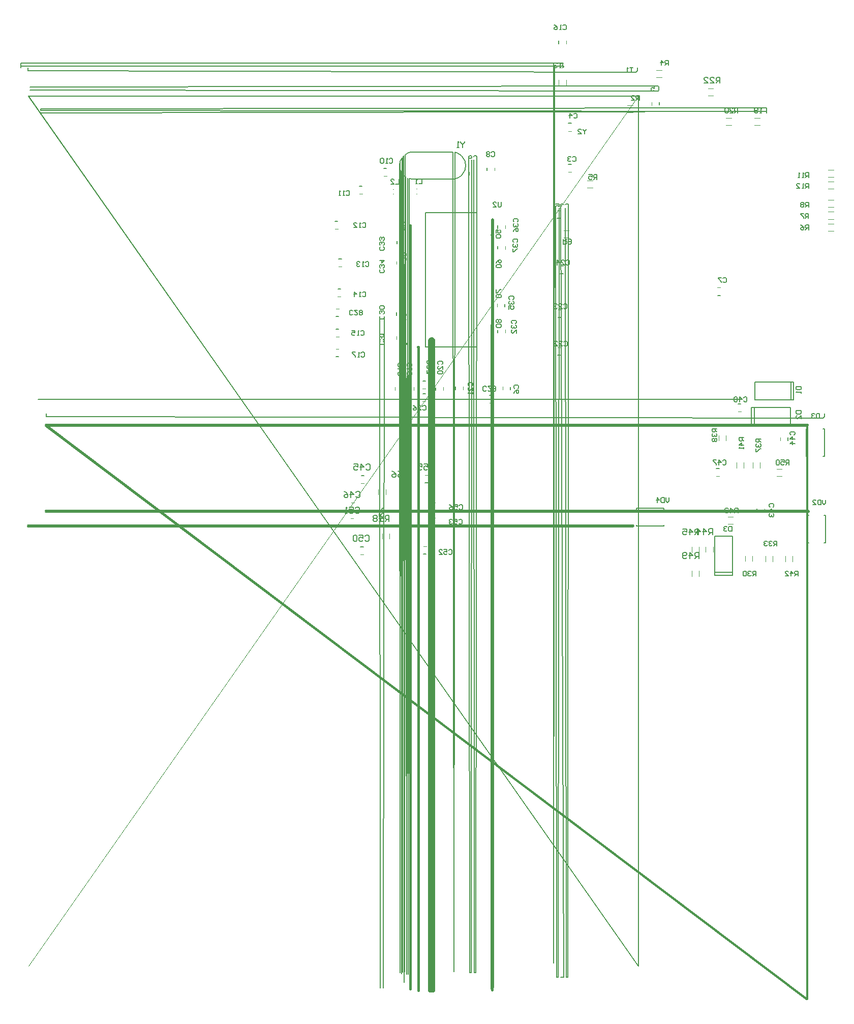
<source format=gbo>
%FSTAX24Y24*%
%MOMM*%
%SFA1B1*%

%IPPOS*%
%ADD39C,0.200000*%
%ADD42C,0.599999*%
%ADD45C,0.250000*%
%ADD67C,0.100000*%
%ADD68C,0.102000*%
%ADD71C,0.127000*%
%ADD72C,0.152000*%
%LN769bi_ltdc-1*%
%LPD*%
G54D39*
X1255999Y876249D02*
X1270999D01*
X1255999Y816249D02*
Y876249D01*
Y816249D02*
X1285999D01*
Y876249*
X1270999D02*
X1285999D01*
X1255999Y811249D02*
X1285999D01*
Y816249*
X1255999Y811249D02*
Y816249D01*
X774469Y1414429D02*
X860469D01*
X774469Y1191429D02*
X860469D01*
Y1414429*
X774469Y1191429D02*
Y1414429D01*
X1322999Y1102749D02*
Y1117749D01*
Y1102749D02*
X1382999D01*
Y1132749*
X1322999D02*
X1382999D01*
X1322999Y1117749D02*
Y1132749D01*
X1387999Y1102749D02*
Y1132749D01*
X1382999D02*
X1387999D01*
X1382999Y1102749D02*
X1387999D01*
X1382749Y1074999D02*
Y1089999D01*
X1322749D02*
X1382749D01*
X1322749Y1059999D02*
Y1089999D01*
Y1059999D02*
X1382749D01*
Y1074999*
X1317749Y1059999D02*
Y1089999D01*
Y1059999D02*
X1322749D01*
X1317749Y1089999D02*
X1322749D01*
X1410999Y911249D02*
Y865249D01*
X1440999D02*
Y911249D01*
X1410999D02*
X1413249D01*
X1410999Y865249D02*
X1413249D01*
X1438749Y911249D02*
X1440999D01*
X1438749Y865249D02*
X1440999D01*
X1408999Y1054999D02*
Y1008999D01*
X1438999D02*
Y1054999D01*
X1408999D02*
X1411249D01*
X1408999Y1008999D02*
X1411249D01*
X1436749Y1054999D02*
X1438999D01*
X1436749Y1008999D02*
X1438999D01*
X1125999Y89281D02*
X1171999D01*
X1125999Y922809D02*
X1171999D01*
X1125999Y89281D02*
Y895059D01*
X1171999Y89281D02*
Y895059D01*
X1125999Y920559D02*
Y922809D01*
X1171999Y920559D02*
Y922809D01*
X745739Y974339D02*
Y984339D01*
X740749*
X739079Y982669*
Y979339*
X740749Y977679*
X745739*
X742409D02*
X739079Y974339D01*
X729079Y984339D02*
X732419Y982669D01*
X735749Y979339*
Y976009*
X734079Y974339*
X730749*
X729079Y976009*
Y977679*
X730749Y979339*
X735749*
X719089Y984339D02*
X722419Y982669D01*
X725749Y979339*
Y976009*
X724079Y974339*
X720749*
X719089Y976009*
Y977679*
X720749Y979339*
X725749*
X713989Y900679D02*
Y910679D01*
X708999*
X707329Y909009*
Y905679*
X708999Y904019*
X713989*
X710659D02*
X707329Y900679D01*
X698999D02*
Y910679D01*
X703999Y905679*
X697329*
X693999Y909009D02*
X692329Y910679D01*
X688999*
X687339Y909009*
Y907349*
X688999Y905679*
X687339Y904019*
Y902349*
X688999Y900679*
X692329*
X693999Y902349*
Y904019*
X692329Y905679*
X693999Y907349*
Y909009*
X692329Y905679D02*
X688999D01*
X781719Y994619D02*
X783389Y996289D01*
X786719*
X788389Y994619*
Y987959*
X786719Y986289*
X783389*
X781719Y987959*
X771729Y996289D02*
X778389D01*
Y991289*
X775059Y992949*
X773389*
X771729Y991289*
Y987959*
X773389Y986289*
X776729*
X778389Y987959*
X761729Y996289D02*
X768389D01*
Y991289*
X765059Y992949*
X763399*
X761729Y991289*
Y987959*
X763399Y986289*
X766729*
X768389Y987959*
X657529Y922829D02*
X659199Y924499D01*
X662529*
X664199Y922829*
Y916169*
X662529Y914499*
X659199*
X657529Y916169*
X647539Y924499D02*
X654199D01*
Y919499*
X650869Y921169*
X649199*
X647539Y919499*
Y916169*
X649199Y914499*
X652539*
X654199Y916169*
X644199Y914499D02*
X640869D01*
X642539*
Y924499*
X644199Y922829*
X674039Y875979D02*
X675709Y877649D01*
X679039*
X680709Y875979*
Y869319*
X679039Y867649*
X675709*
X674039Y869319*
X664049Y877649D02*
X670709D01*
Y872649*
X667379Y874319*
X665709*
X664049Y872649*
Y869319*
X665709Y867649*
X669049*
X670709Y869319*
X660709Y875979D02*
X659049Y877649D01*
X655719*
X65405Y875979*
Y869319*
X655719Y867649*
X659049*
X660709Y869319*
Y875979*
X658819Y948899D02*
X660489Y950569D01*
X663819*
X665489Y948899*
Y942239*
X663819Y940569*
X660489*
X658819Y942239*
X650489Y940569D02*
Y950569D01*
X655489Y945569*
X648829*
X638829Y950569D02*
X642159Y948899D01*
X645489Y945569*
Y942239*
X643829Y940569*
X640499*
X638829Y942239*
Y943899*
X640499Y945569*
X645489*
X675299Y994499D02*
X676959Y996169D01*
X680299*
X681959Y994499*
Y987839*
X680299Y986169*
X676959*
X675299Y987839*
X666969Y986169D02*
Y996169D01*
X671969Y991169*
X665299*
X655299Y996169D02*
X661969D01*
Y991169*
X658639Y992839*
X656969*
X655299Y991169*
Y987839*
X656969Y986169*
X660299*
X661969Y987839*
X840079Y1533319D02*
Y1531659D01*
X836749Y1528329*
X833419Y1531659*
Y1533319*
X836749Y1528329D02*
Y1523329D01*
X830079D02*
X826749D01*
X828419*
Y1533319*
X830079Y1531659*
X1059999Y1469999D02*
Y1477999D01*
X1055999*
X1054669Y1476659*
Y1473999*
X1055999Y1472669*
X1059999*
X1057329D02*
X1054669Y1469999D01*
X1046669Y1477999D02*
X1051999D01*
Y1473999*
X1049339Y1475329*
X1047999*
X1046669Y1473999*
Y1471329*
X1047999Y1469999*
X1050669*
X1051999Y1471329*
X73025Y1470279D02*
Y1462279D01*
X724919*
X716919D02*
X722249D01*
X716919Y1467609*
Y1468939*
X718249Y1470279*
X720919*
X722249Y1468939*
X769109Y1470529D02*
Y1462529D01*
X763779*
X761109D02*
X758449D01*
X759779*
Y1470529*
X761109Y1469199*
X778339Y1163169D02*
X776999Y1164499D01*
Y1167169*
X778339Y1168499*
X783669*
X784999Y1167169*
Y1164499*
X783669Y1163169*
X784999Y1155169D02*
Y1160499D01*
X779669Y1155169*
X778339*
X776999Y1156499*
Y1159169*
X778339Y1160499*
X776999Y1152509D02*
Y1147169D01*
X778339*
X783669Y1152509*
X784999*
X769919Y1092409D02*
X771249Y1093749D01*
X773919*
X775249Y1092409*
Y1087079*
X773919Y1085749*
X771249*
X769919Y1087079*
X761919Y1085749D02*
X767249D01*
X761919Y1091079*
Y1092409*
X763249Y1093749*
X765919*
X767249Y1092409*
X753919Y1093749D02*
X756589Y1092409D01*
X759259Y1089749*
Y1087079*
X757919Y1085749*
X755259*
X753919Y1087079*
Y1088419*
X755259Y1089749*
X759259*
X1042159Y1553839D02*
Y1552509D01*
X1039499Y1549839*
X1036829Y1552509*
Y1553839*
X1039499Y1549839D02*
Y1545839D01*
X1028829D02*
X1034159D01*
X1028829Y1551179*
Y1552509*
X1030169Y1553839*
X1032829*
X1034159Y1552509*
X669669Y1281409D02*
X670999Y1282749D01*
X673669*
X674999Y1281409*
Y1276079*
X673669Y1274749*
X670999*
X669669Y1276079*
X666999Y1274749D02*
X664339D01*
X665669*
Y1282749*
X666999Y1281409*
X656339Y1274749D02*
Y1282749D01*
X660339Y1278749*
X655009*
X923089Y1121919D02*
X921749Y1123249D01*
Y1125919*
X923089Y1127249*
X928419*
X929749Y1125919*
Y1123249*
X928419Y1121919*
X921749Y1113919D02*
X923089Y1116589D01*
X925749Y1119249*
X928419*
X929749Y1117919*
Y1115249*
X928419Y1113919*
X927079*
X925749Y1115249*
Y1119249*
X1130809Y1601719D02*
Y1609719D01*
X1126809*
X1125479Y1608389*
Y1605719*
X1126809Y1604389*
X1130809*
X1128139D02*
X1125479Y1601719D01*
X1117479D02*
X1122809D01*
X1117479Y1607059*
Y1608389*
X1118809Y1609719*
X1121479*
X1122809Y1608389*
X736249Y897999D02*
X744249D01*
Y901999*
X742909Y903329*
X740249*
X738919Y901999*
Y897999*
Y900669D02*
X736249Y903329D01*
X744249Y911329D02*
Y905999D01*
X740249*
X741579Y908659*
Y909999*
X740249Y911329*
X737579*
X736249Y909999*
Y907329*
X737579Y905999*
X742909Y913989D02*
X744249Y915329D01*
Y917989*
X742909Y919329*
X741579*
X740249Y917989*
X738919Y919329*
X737579*
X736249Y917989*
Y915329*
X737579Y913989*
X738919*
X740249Y915329*
X741579Y913989*
X742909*
X740249Y915329D02*
Y917989D01*
X1379999Y994999D02*
Y1002999D01*
X1375999*
X1374669Y1001659*
Y998999*
X1375999Y997669*
X1379999*
X1377329D02*
X1374669Y994999D01*
X1366669Y1002999D02*
X1371999D01*
Y998999*
X1369339Y1000329*
X1367999*
X1366669Y998999*
Y996329*
X1367999Y994999*
X1370669*
X1371999Y996329*
X1364009Y1001659D02*
X1362669Y1002999D01*
X1360009*
X1358669Y1001659*
Y996329*
X1360009Y994999*
X1362669*
X1364009Y996329*
Y1001659*
X1294999Y914999D02*
Y922999D01*
X1290999*
X1289669Y921659*
Y918999*
X1290999Y917669*
X1294999*
X1292329D02*
X1289669Y914999D01*
X1282999D02*
Y922999D01*
X1286999Y918999*
X1281669*
X1279009Y921659D02*
X1277669Y922999D01*
X1275009*
X1273669Y921659*
Y920329*
X1275009Y918999*
X1276339*
X1275009*
X1273669Y917669*
Y916329*
X1275009Y914999*
X1277669*
X1279009Y916329*
X1394999Y809999D02*
Y817999D01*
X1390999*
X1389669Y816659*
Y813999*
X1390999Y812669*
X1394999*
X1392329D02*
X1389669Y809999D01*
X1382999D02*
Y817999D01*
X1386999Y813999*
X1381669*
X1373669Y809999D02*
X1379009D01*
X1373669Y815329*
Y816659*
X1375009Y817999*
X1377669*
X1379009Y816659*
X1304999Y1039999D02*
X1296999D01*
Y1035999*
X1298339Y1034669*
X1300999*
X1302329Y1035999*
Y1039999*
Y1037329D02*
X1304999Y1034669D01*
Y1027999D02*
X1296999D01*
X1300999Y1031999*
Y1026669*
X1304999Y1024009D02*
Y1021339D01*
Y1022669*
X1296999*
X1298339Y1024009*
X1359999Y859999D02*
Y867999D01*
X1355999*
X1354669Y866659*
Y863999*
X1355999Y862669*
X1359999*
X1357329D02*
X1354669Y859999D01*
X1351999Y866659D02*
X1350669Y867999D01*
X1347999*
X1346669Y866659*
Y865329*
X1347999Y863999*
X1349339*
X1347999*
X1346669Y862669*
Y861329*
X1347999Y859999*
X1350669*
X1351999Y861329*
X1344009Y866659D02*
X1342669Y867999D01*
X1340009*
X1338669Y866659*
Y865329*
X1340009Y863999*
X1341339*
X1340009*
X1338669Y862669*
Y861329*
X1340009Y859999*
X1342669*
X1344009Y861329*
X100838Y1655829D02*
Y1663819D01*
X1004379*
X1003049Y1662489*
Y1659819*
X1004379Y1658489*
X100838*
X1005709D02*
X1003049Y1655829D01*
X1000379D02*
X997719D01*
X999049*
Y1663819*
X1000379Y1662489*
X993719D02*
X992389Y1663819D01*
X989719*
X988389Y1662489*
Y166116*
X989719Y1659819*
X991049*
X989719*
X988389Y1658489*
Y1657159*
X989719Y1655829*
X992389*
X993719Y1657159*
X1259999Y1054999D02*
X1251999D01*
Y1050999*
X1253339Y1049669*
X1255999*
X1257329Y1050999*
Y1054999*
Y1052329D02*
X1259999Y1049669D01*
X1253339Y1046999D02*
X1251999Y1045669D01*
Y1042999*
X1253339Y1041669*
X1254669*
X1255999Y1042999*
Y1044339*
Y1042999*
X1257329Y1041669*
X1258669*
X1259999Y1042999*
Y1045669*
X1258669Y1046999*
X1253339Y1039009D02*
X1251999Y1037669D01*
Y1035009*
X1253339Y1033669*
X1254669*
X1255999Y1035009*
X1257329Y1033669*
X1258669*
X1259999Y1035009*
Y1037669*
X1258669Y1039009*
X1257329*
X1255999Y1037669*
X1254669Y1039009*
X1253339*
X1255999Y1037669D02*
Y1035009D01*
X1332999Y1037999D02*
X1324999D01*
Y1033999*
X1326339Y1032669*
X1328999*
X1330329Y1033999*
Y1037999*
Y1035329D02*
X1332999Y1032669D01*
X1326339Y1029999D02*
X1324999Y1028669D01*
Y1025999*
X1326339Y1024669*
X1327669*
X1328999Y1025999*
Y1027339*
Y1025999*
X1330329Y1024669*
X1331669*
X1332999Y1025999*
Y1028669*
X1331669Y1029999*
X1324999Y1022009D02*
Y1016669D01*
X1326339*
X1331669Y1022009*
X1332999*
X1324999Y809999D02*
Y817999D01*
X1320999*
X1319669Y816659*
Y813999*
X1320999Y812669*
X1324999*
X1322329D02*
X1319669Y809999D01*
X1316999Y816659D02*
X1315669Y817999D01*
X1312999*
X1311669Y816659*
Y815329*
X1312999Y813999*
X1314339*
X1312999*
X1311669Y812669*
Y811329*
X1312999Y809999*
X1315669*
X1316999Y811329*
X1309009Y816659D02*
X1307669Y817999D01*
X1305009*
X1303669Y816659*
Y811329*
X1305009Y809999*
X1307669*
X1309009Y811329*
Y816659*
X697249Y900999D02*
X705249D01*
Y904999*
X703909Y906329*
X701249*
X699919Y904999*
Y900999*
Y903669D02*
X697249Y906329D01*
Y914329D02*
Y908999D01*
X702579Y914329*
X703909*
X705249Y912999*
Y910329*
X703909Y908999*
X705249Y916989D02*
Y922329D01*
X703909*
X698579Y916989*
X697249*
X115824Y1623879D02*
X1159579Y1625219D01*
X1162239*
X1163569Y1623879*
Y1618549*
X1162239Y1617219*
X1159579*
X115824Y1618549*
X1150239Y1625219D02*
X1155579D01*
Y1621219*
X1152909Y1622549*
X1151579*
X1150239Y1621219*
Y1618549*
X1151579Y1617219*
X1154239*
X1155579Y1618549*
X830669Y927159D02*
X831999Y928499D01*
X834669*
X835999Y927159*
Y921829*
X834669Y920499*
X831999*
X830669Y921829*
X822669Y928499D02*
X827999D01*
Y924499*
X825339Y92583*
X823999*
X822669Y924499*
Y921829*
X823999Y920499*
X826669*
X827999Y921829*
X814669Y928499D02*
X817339Y927159D01*
X820009Y924499*
Y921829*
X818669Y920499*
X816009*
X814669Y921829*
Y923169*
X816009Y924499*
X820009*
X830169Y902909D02*
X831499Y904249D01*
X834169*
X835499Y902909*
Y897579*
X834169Y896249*
X831499*
X830169Y897579*
X822169Y904249D02*
X827499D01*
Y900249*
X824839Y901579*
X823499*
X822169Y900249*
Y897579*
X823499Y896249*
X826169*
X827499Y897579*
X819509Y902909D02*
X818169Y904249D01*
X815509*
X814169Y902909*
Y901579*
X815509Y900249*
X816839*
X815509*
X814169Y898919*
Y897579*
X815509Y896249*
X818169*
X819509Y897579*
X813169Y852409D02*
X814499Y853749D01*
X817169*
X818499Y852409*
Y847079*
X817169Y845749*
X814499*
X813169Y847079*
X805169Y853749D02*
X810499D01*
Y849749*
X807839Y851079*
X806499*
X805169Y849749*
Y847079*
X806499Y845749*
X809169*
X810499Y847079*
X797169Y845749D02*
X802509D01*
X797169Y851079*
Y852409*
X798509Y853749*
X801169*
X802509Y852409*
X1269669Y1001659D02*
X1270999Y1002999D01*
X1273669*
X1274999Y1001659*
Y996329*
X1273669Y994999*
X1270999*
X1269669Y996329*
X1262999Y994999D02*
Y1002999D01*
X1266999Y998999*
X1261669*
X1259009Y1002999D02*
X1253669D01*
Y1001659*
X1259009Y996329*
Y994999*
X1003559Y1725989D02*
X1004889Y1727319D01*
X1007559*
X1008889Y1725989*
Y1720659*
X1007559Y1719329*
X1004889*
X1003559Y1720659*
X1000889Y1719329D02*
X99822D01*
X999559*
Y1727319*
X1000889Y1725989*
X988889Y1727319D02*
X991559Y1725989D01*
X994229Y1723319*
Y1720659*
X992889Y1719329*
X990229*
X988889Y1720659*
Y1721989*
X990229Y1723319*
X994229*
X1348339Y924669D02*
X1346999Y925999D01*
Y928669*
X1348339Y929999*
X1353669*
X1354999Y928669*
Y925999*
X1353669Y924669*
X1354999Y917999D02*
X1346999D01*
X1350999Y921999*
Y916669*
X1348339Y914009D02*
X1346999Y912669D01*
Y910009*
X1348339Y908669*
X1349669*
X1350999Y910009*
Y911339*
Y910009*
X1352329Y908669*
X1353669*
X1354999Y910009*
Y912669*
X1353669Y914009*
X1383339Y1044669D02*
X1381999Y1045999D01*
Y1048669*
X1383339Y1049999*
X1388669*
X1389999Y1048669*
Y1045999*
X1388669Y1044669*
X1389999Y1037999D02*
X1381999D01*
X1385999Y1041999*
Y1036669*
X1389999Y1030009D02*
X1381999D01*
X1385999Y1034009*
Y1028669*
X1304669Y1106659D02*
X1305999Y1107999D01*
X1308669*
X1309999Y1106659*
Y1101329*
X1308669Y1099999*
X1305999*
X1304669Y1101329*
X1297999Y1099999D02*
Y1107999D01*
X1301999Y1103999*
X129667*
X1294009Y1106659D02*
X1292669Y1107999D01*
X1290009*
X1288669Y1106659*
Y1101329*
X1290009Y1099999*
X1292669*
X1294009Y1101329*
Y1106659*
X1021589Y1578669D02*
X1022919Y1579999D01*
X1025589*
X1026919Y1578669*
Y1573339*
X1025589Y1572009*
X1022919*
X1021589Y1573339*
X1014929Y1572009D02*
Y1579999D01*
X1018919Y1575999*
X1013589*
X1019669Y1506659D02*
X1020999Y1507999D01*
X1023669*
X1024999Y1506659*
Y1501329*
X1023669Y1499999*
X1020999*
X1019669Y1501329*
X1016999Y1506659D02*
X1015669Y1507999D01*
X1012999*
X1011669Y1506659*
Y1505329*
X1012999Y1503999*
X1014339*
X1012999*
X1011669Y1502669*
Y1501329*
X1012999Y1499999*
X1015669*
X1016999Y1501329*
X1180339Y940179D02*
Y934849D01*
X1177669Y93218*
X1175009Y934849*
Y940179*
X1172339D02*
Y93218D01*
X1168339*
X1167009Y933509*
Y938839*
X1168339Y940179*
X1172339*
X1160339Y93218D02*
Y940179D01*
X1164339Y936179*
X1159009*
X1439159Y1080389D02*
Y1075049D01*
X1436499Y1072389*
X143383Y1075049*
Y1080389*
X1431169D02*
Y1072389D01*
X1427169*
X1425829Y1073719*
Y1079049*
X1427169Y1080389*
X1431169*
X1423169Y1079049D02*
X1421839Y1080389D01*
X1419169*
X1417839Y1079049*
Y1077719*
X1419169Y1076389*
X1420499*
X1419169*
X1417839Y1075049*
Y1073719*
X1419169Y1072389*
X1421839*
X1423169Y1073719*
X1441199Y936619D02*
Y931289D01*
X1438529Y928619*
X1435859Y931289*
Y936619*
X1433199D02*
Y928619D01*
X1429199*
X1427869Y929959*
Y935289*
X1429199Y936619*
X1433199*
X1419869Y928619D02*
X1425199D01*
X1419869Y933959*
Y935289*
X1421199Y936619*
X1423869*
X1425199Y935289*
X1391999Y1084999D02*
X1399999D01*
Y1080999*
X1398669Y1079669*
X1393339*
X1391999Y1080999*
Y1084999*
X1399999Y1071669D02*
Y1076999D01*
X1394669Y1071669*
X1393339*
X1391999Y1072999*
Y1075669*
X1393339Y1076999*
X1391999Y1124999D02*
X1399999D01*
Y1120999*
X1398669Y1119669*
X1393339*
X1391999Y1120999*
Y1124999*
X1399999Y1116999D02*
Y1114339D01*
Y1115669*
X1391999*
X1393339Y1116999*
X1007539Y1427789D02*
X1008879Y1429119D01*
X1011539*
X1012869Y1427789*
Y1422459*
X1011539Y142113*
X1008879*
X1007539Y1422459*
X999549Y142113D02*
X1004879D01*
X999549Y1426459*
Y1427789*
X1000879Y1429119*
X1003539*
X1004879Y1427789*
X991549Y1429119D02*
X996879D01*
Y1425119*
X994209Y1426459*
X992879*
X991549Y1425119*
Y1422459*
X992879Y142113*
X995549*
X996879Y1422459*
X1008669Y1334409D02*
X1009999Y1335749D01*
X1012669*
X1013999Y1334409*
Y1329079*
X1012669Y1327749*
X1009999*
X1008669Y1329079*
X1000669Y1327749D02*
X1005999D01*
X1000669Y1333079*
Y1334409*
X1001999Y1335749*
X1004669*
X1005999Y1334409*
X994009Y1327749D02*
Y1335749D01*
X998009Y1331749*
X992669*
X1004669Y1261659D02*
X1005999Y1262999D01*
X1008669*
X1009999Y1261659*
Y1256329*
X1008669Y1254999*
X1005999*
X1004669Y1256329*
X996669Y1254999D02*
X1001999D01*
X996669Y1260329*
Y1261659*
X997999Y1262999*
X1000669*
X1001999Y1261659*
X994009D02*
X992669Y1262999D01*
X990009*
X988669Y1261659*
Y1260329*
X990009Y1258999*
X991339*
X990009*
X988669Y1257669*
Y1256329*
X990009Y1254999*
X992669*
X994009Y1256329*
X1005169Y1199159D02*
X1006499Y1200499D01*
X1009169*
X1010499Y1199159*
Y1193829*
X1009169Y1192499*
X1006499*
X1005169Y1193829*
X997169Y1192499D02*
X1002499D01*
X997169Y1197829*
Y1199159*
X998499Y1200499*
X1001169*
X1002499Y1199159*
X989169Y1192499D02*
X994509D01*
X989169Y1197829*
Y1199159*
X990509Y1200499*
X993169*
X994509Y1199159*
X846839Y1126419D02*
X845499Y1127749D01*
Y1130419*
X846839Y1131749*
X85217*
X853499Y1130419*
Y1127749*
X85217Y1126419*
X853499Y1118419D02*
Y1123749D01*
X848169Y1118419*
X846839*
X845499Y1119749*
Y1122419*
X846839Y1123749*
X853499Y1115759D02*
Y1113089D01*
Y1114419*
X845499*
X846839Y1115759*
X796339Y1161919D02*
X794999Y1163249D01*
Y1165919*
X796339Y1167249*
X801669*
X802999Y1165919*
Y1163249*
X801669Y1161919*
X802999Y1153919D02*
Y1159249D01*
X797669Y1153919*
X796339*
X794999Y1155249*
Y1157919*
X796339Y1159249*
Y1151259D02*
X794999Y1149919D01*
Y1147259*
X796339Y1145919*
X801669*
X802999Y1147259*
Y1149919*
X801669Y1151259*
X796339*
X745089Y1158669D02*
X743749Y1159999D01*
Y1162669*
X745089Y1163999*
X750419*
X751749Y1162669*
Y1159999*
X750419Y1158669*
X751749Y1155999D02*
Y1153339D01*
Y1154669*
X743749*
X745089Y1155999*
X750419Y1149339D02*
X751749Y1148009D01*
Y1145339*
X750419Y1144009*
X745089*
X743749Y1145339*
Y1148009*
X745089Y1149339*
X746419*
X747749Y1148009*
Y1144009*
X729839Y1158419D02*
X728499Y1159749D01*
Y1162419*
X729839Y1163749*
X735169*
X736499Y1162419*
Y1159749*
X735169Y1158419*
X736499Y1155749D02*
Y1153089D01*
Y1154419*
X728499*
X729839Y1155749*
Y1149089D02*
X728499Y1147759D01*
Y1145089*
X729839Y1143759*
X731169*
X732499Y1145089*
X733829Y1143759*
X735169*
X736499Y1145089*
Y1147759*
X735169Y1149089*
X733829*
X732499Y1147759*
X731169Y1149089*
X729839*
X732499Y1147759D02*
Y1145089D01*
X667419Y1180909D02*
X668749Y1182249D01*
X671419*
X672749Y1180909*
Y1175579*
X671419Y1174249*
X668749*
X667419Y1175579*
X664749Y1174249D02*
X662089D01*
X663419*
Y1182249*
X664749Y1180909*
X658089Y1182249D02*
X652759D01*
Y1180909*
X658089Y1175579*
Y1174249*
X666669Y1217159D02*
X667999Y1218499D01*
X670669*
X671999Y1217159*
Y1211829*
X670669Y1210499*
X667999*
X666669Y1211829*
X663999Y1210499D02*
X661339D01*
X662669*
Y1218499*
X663999Y1217159*
X652009Y1218499D02*
X657339D01*
Y1214499*
X654669Y1215829*
X653339*
X652009Y1214499*
Y1211829*
X653339Y1210499*
X656009*
X657339Y1211829*
X674669Y1331659D02*
X675999Y1332999D01*
X678669*
X679999Y1331659*
Y1326329*
X678669Y1324999*
X675999*
X674669Y1326329*
X671999Y1324999D02*
X669339D01*
X670669*
Y1332999*
X671999Y1331659*
X665339D02*
X664009Y1332999D01*
X661339*
X660009Y1331659*
Y1330329*
X661339Y1328999*
X662669*
X661339*
X660009Y1327669*
Y1326329*
X661339Y1324999*
X664009*
X665339Y1326329*
X669669Y1396659D02*
X670999Y1397999D01*
X673669*
X674999Y1396659*
Y1391329*
X673669Y1389999*
X670999*
X669669Y1391329*
X666999Y1389999D02*
X664339D01*
X665669*
Y1397999*
X666999Y1396659*
X655009Y1389999D02*
X660339D01*
X655009Y1395329*
Y1396659*
X656339Y1397999*
X659009*
X660339Y1396659*
X642419Y1449909D02*
X643749Y1451249D01*
X646419*
X647749Y1449909*
Y1444579*
X646419Y1443249*
X643749*
X642419Y1444579*
X639749Y1443249D02*
X637089D01*
X638419*
Y1451249*
X639749Y1449909*
X633089Y1443249D02*
X630419D01*
X631759*
Y1451249*
X633089Y1449909*
X714249Y1503489D02*
X715579Y1504819D01*
X718249*
X719579Y1503489*
Y1498149*
X718249Y1496819*
X715579*
X714249Y1498149*
X711579Y1496819D02*
X708919D01*
X710249*
Y1504819*
X711579Y1503489*
X704919D02*
X703589Y1504819D01*
X700919*
X699589Y1503489*
Y1498149*
X700919Y1496819*
X703589*
X704919Y1498149*
Y1503489*
X85471Y1507799D02*
X856049Y1509139D01*
X858709*
X860039Y1507799*
Y1502469*
X858709Y150114*
X856049*
X85471Y1502469*
X852049D02*
X850709Y150114D01*
X848049*
X846719Y1502469*
Y1507799*
X848049Y1509139*
X850709*
X852049Y1507799*
Y1506469*
X850709Y1505139*
X846719*
X884179Y1514659D02*
X885509Y1515999D01*
X888179*
X889509Y1514659*
Y1509329*
X888179Y1507999*
X885509*
X884179Y1509329*
X881509Y1514659D02*
X880179Y1515999D01*
X877509*
X876179Y1514659*
Y1513329*
X877509Y1511999*
X876179Y1510659*
Y1509329*
X877509Y1507999*
X880179*
X881509Y1509329*
Y1510659*
X880179Y1511999*
X881509Y1513329*
Y1514659*
X880179Y1511999D02*
X877509D01*
X1270259Y1305109D02*
X1271589Y1306449D01*
X1274259*
X1275589Y1305109*
Y1299779*
X1274259Y1298449*
X1271589*
X1270259Y1299779*
X1267589Y1306449D02*
X1262259D01*
Y1305109*
X1267589Y1299779*
Y1298449*
X1412749Y1455249D02*
Y1463249D01*
X1408749*
X1407419Y1461909*
Y1459249*
X1408749Y1457919*
X1412749*
X1410079D02*
X1407419Y1455249D01*
X1404749D02*
X1402089D01*
X1403419*
Y1463249*
X1404749Y1461909*
X1392759Y1455249D02*
X1398089D01*
X1392759Y1460579*
Y1461909*
X1394089Y1463249*
X1396759*
X1398089Y1461909*
X1412749Y1473249D02*
Y1481249D01*
X1408749*
X1407419Y1479909*
Y1477249*
X1408749Y1475919*
X1412749*
X1410079D02*
X1407419Y1473249D01*
X1404749D02*
X1402089D01*
X1403419*
Y1481249*
X1404749Y1479909*
X1398089Y1473249D02*
X1395419D01*
X1396759*
Y1481249*
X1398089Y1479909*
X1412499Y1405249D02*
Y1413249D01*
X1408499*
X1407169Y1411909*
Y1409249*
X1408499Y1407919*
X1412499*
X1409829D02*
X1407169Y1405249D01*
X1404499Y1413249D02*
X1399169D01*
Y1411909*
X1404499Y1406579*
Y1405249*
X1412749Y1386249D02*
Y1394249D01*
X1408749*
X1407419Y1392909*
Y1390249*
X1408749Y1388919*
X1412749*
X1410079D02*
X1407419Y1386249D01*
X1399419Y1394249D02*
X1402089Y1392909D01*
X1404749Y1390249*
Y1387579*
X1403419Y1386249*
X1400749*
X1399419Y1387579*
Y1388919*
X1400749Y1390249*
X1404749*
X1412749Y1423749D02*
Y1431749D01*
X1408749*
X1407419Y1430409*
Y1427749*
X1408749Y1426419*
X1412749*
X1410079D02*
X1407419Y1423749D01*
X1404749Y1430409D02*
X1403419Y1431749D01*
X1400749*
X1399419Y1430409*
Y1429079*
X1400749Y1427749*
X1399419Y1426419*
Y1425079*
X1400749Y1423749*
X1403419*
X1404749Y1425079*
Y1426419*
X1403419Y1427749*
X1404749Y1429079*
Y1430409*
X1403419Y1427749D02*
X1400749D01*
X919089Y1230169D02*
X917749Y1231499D01*
Y1234169*
X919089Y1235499*
X924419*
X925749Y1234169*
Y1231499*
X924419Y1230169*
X919089Y1227499D02*
X917749Y1226169D01*
Y1223499*
X919089Y1222169*
X920419*
X921749Y1223499*
Y1224839*
Y1223499*
X923079Y1222169*
X924419*
X925749Y1223499*
Y1226169*
X924419Y1227499*
X925749Y1214169D02*
Y1219509D01*
X920419Y1214169*
X919089*
X917749Y1215509*
Y1218169*
X919089Y1219509*
X921589Y1365419D02*
X920249Y1366749D01*
Y1369419*
X921589Y1370749*
X926919*
X928249Y1369419*
Y1366749*
X926919Y1365419*
X921589Y1362749D02*
X920249Y1361419D01*
Y1358749*
X921589Y1357419*
X922919*
X924249Y1358749*
Y1360089*
Y1358749*
X925579Y1357419*
X926919*
X928249Y1358749*
Y1361419*
X926919Y1362749*
X920249Y1354759D02*
Y1349419D01*
X921589*
X926919Y1354759*
X928249*
X922339Y1399169D02*
X920999Y1400499D01*
Y1403169*
X922339Y1404499*
X927669*
X928999Y1403169*
Y1400499*
X927669Y1399169*
X922339Y1396499D02*
X920999Y1395169D01*
Y1392499*
X922339Y1391169*
X923669*
X924999Y1392499*
Y1393839*
Y1392499*
X926329Y1391169*
X927669*
X928999Y1392499*
Y1395169*
X927669Y1396499*
X920999Y1383169D02*
X922339Y1385839D01*
X924999Y1388509*
X927669*
X928999Y1387169*
Y1384509*
X927669Y1383169*
X926329*
X924999Y1384509*
Y1388509*
X1294889Y1580639D02*
Y1588639D01*
X1290889*
X1289559Y1587309*
Y1584639*
X1290889Y1583309*
X1294889*
X1292229D02*
X1289559Y1580639D01*
X1281559D02*
X1286889D01*
X1281559Y1585969*
Y1587309*
X1282899Y1588639*
X1285559*
X1286889Y1587309*
X1278899D02*
X1277559Y1588639D01*
X1274899*
X1273569Y1587309*
Y1581969*
X1274899Y1580639*
X1277559*
X1278899Y1581969*
Y1587309*
X1342639Y1580639D02*
Y1588639D01*
X1338649*
X133731Y1587309*
Y1584639*
X1338649Y1583309*
X1342639*
X1339979D02*
X133731Y1580639D01*
X1334649D02*
X1331979D01*
X1333309*
Y1588639*
X1334649Y1587309*
X1327979Y1581969D02*
X1326649Y1580639D01*
X1323979*
X1322649Y1581969*
Y1587309*
X1323979Y1588639*
X1326649*
X1327979Y1587309*
Y1585969*
X1326649Y1584639*
X1322649*
X1004249Y1370469D02*
Y1362469D01*
X1008249*
X1009579Y1363809*
Y1366469*
X1008249Y1367799*
X1004249*
X1006919D02*
X1009579Y1370469D01*
X1012249Y1369139D02*
X1013579Y1370469D01*
X1016249*
X1017579Y1369139*
Y1363809*
X1016249Y1362469*
X1013579*
X1012249Y1363809*
Y1365139*
X1013579Y1366469*
X1017579*
X875829Y1118839D02*
X874499Y1117499D01*
X871829*
X870499Y1118839*
Y1124169*
X871829Y1125499*
X874499*
X875829Y1124169*
X883829Y1125499D02*
X878499D01*
X883829Y1120169*
Y1118839*
X882499Y1117499*
X879829*
X878499Y1118839*
X886489Y1124169D02*
X887829Y1125499D01*
X890489*
X891829Y1124169*
Y1118839*
X890489Y1117499*
X887829*
X886489Y1118839*
Y1120169*
X887829Y1121499*
X891829*
X653579Y1245589D02*
X652249Y1244249D01*
X649579*
X648249Y1245589*
Y1250919*
X649579Y1252249*
X652249*
X653579Y1250919*
X661579Y1252249D02*
X656249D01*
X661579Y1246919*
Y1245589*
X660249Y1244249*
X657579*
X656249Y1245589*
X664239D02*
X665579Y1244249D01*
X668239*
X669579Y1245589*
Y1246919*
X668239Y1248249*
X669579Y1249579*
Y1250919*
X668239Y1252249*
X665579*
X664239Y1250919*
Y1249579*
X665579Y1248249*
X664239Y1246919*
Y1245589*
X665579Y1248249D02*
X668239D01*
X900679Y1432179D02*
Y1425509D01*
X899349Y1424179*
X896689*
X89535Y1425509*
Y1432179*
X887349Y1424179D02*
X892689D01*
X887349Y1429509*
Y1430839*
X888689Y1432179*
X891349*
X892689Y1430839*
X704659Y1200329D02*
X705999Y1198999D01*
Y1196329*
X704659Y1194999*
X699329*
X697999Y1196329*
Y1198999*
X699329Y1200329*
X704659Y1202999D02*
X705999Y1204329D01*
Y1206999*
X704659Y1208329*
X703329*
X701999Y1206999*
Y1205659*
Y1206999*
X700669Y1208329*
X699329*
X697999Y1206999*
Y1204329*
X699329Y1202999*
X697999Y1210989D02*
Y1213659D01*
Y1212329*
X705999*
X704659Y1210989*
Y1357579D02*
X705999Y1356249D01*
Y1353579*
X704659Y1352249*
X699329*
X697999Y1353579*
Y1356249*
X699329Y1357579*
X704659Y1360249D02*
X705999Y1361579D01*
Y1364249*
X704659Y1365579*
X703329*
X701999Y1364249*
Y1362909*
Y1364249*
X700669Y1365579*
X699329*
X697999Y1364249*
Y1361579*
X699329Y1360249*
X704659Y1368239D02*
X705999Y1369579D01*
Y1372239*
X704659Y1373579*
X703329*
X701999Y1372239*
Y1370909*
Y1372239*
X700669Y1373579*
X699329*
X697999Y1372239*
Y1369579*
X699329Y1368239*
X704659Y1320079D02*
X705999Y1318749D01*
Y1316079*
X704659Y1314749*
X699329*
X697999Y1316079*
Y1318749*
X699329Y1320079*
X704659Y1322749D02*
X705999Y1324079D01*
Y1326749*
X704659Y1328079*
X703329*
X701999Y1326749*
Y1325409*
Y1326749*
X700669Y1328079*
X699329*
X697999Y1326749*
Y1324079*
X699329Y1322749*
X697999Y1334739D02*
X705999D01*
X701999Y1330739*
Y1336079*
X915059Y1270099D02*
X913719Y1271429D01*
Y1274099*
X915059Y1275429*
X920389*
X921719Y1274099*
Y1271429*
X920389Y1270099*
X915059Y1267429D02*
X913719Y1266099D01*
Y1263429*
X915059Y1262099*
X916389*
X917719Y1263429*
Y1264769*
Y1263429*
X919049Y1262099*
X920389*
X921719Y1263429*
Y1266099*
X920389Y1267429*
X913719Y1254099D02*
Y1259439D01*
X917719*
X916389Y1256769*
Y1255439*
X917719Y1254099*
X920389*
X921719Y1255439*
Y1258099*
X920389Y1259439*
X704659Y124333D02*
X705999Y1241999D01*
Y1239329*
X704659Y1237999*
X699329*
X697999Y1239329*
Y1241999*
X699329Y124333*
X704659Y1245999D02*
X705999Y1247329D01*
Y1249999*
X704659Y1251329*
X703329*
X701999Y1249999*
Y1248659*
Y1249999*
X700669Y1251329*
X699329*
X697999Y1249999*
Y1247329*
X699329Y1245999*
X704659Y1253989D02*
X705999Y1255329D01*
Y1257989*
X704659Y1259329*
X699329*
X697999Y1257989*
Y1255329*
X699329Y1253989*
X704659*
X1128009Y1656199D02*
Y1650869D01*
X1125349Y1648209*
X112268Y1650869*
Y1656199*
X1120019D02*
X1114679D01*
X1117349*
Y1648209*
X1112019D02*
X1109349D01*
X1110689*
Y1656199*
X1112019Y1654869*
X1284989Y892429D02*
Y884429D01*
X1280989*
X1279649Y885759*
Y891089*
X1280989Y892429*
X1284989*
X1276989Y891089D02*
X1275659Y892429D01*
X1272989*
X1271659Y891089*
Y889759*
X1272989Y888429*
X1274319*
X1272989*
X1271659Y887089*
Y885759*
X1272989Y884429*
X1275659*
X1276989Y885759*
X1179069Y1660139D02*
Y1668139D01*
X1175069*
X1173739Y1666809*
Y1664139*
X1175069Y1662809*
X1179069*
X1176399D02*
X1173739Y1660139D01*
X1167069D02*
Y1668139D01*
X1171069Y1664139*
X1165739*
X1265169Y1630169D02*
Y1640169D01*
X1260179*
X1258509Y1638499*
Y1635169*
X1260179Y1633499*
X1265169*
X1261839D02*
X1258509Y1630169D01*
X1248509D02*
X1255179D01*
X1248509Y1636839*
Y1638499*
X1250179Y1640169*
X1253509*
X1255179Y1638499*
X1238519Y1630169D02*
X1245179D01*
X1238519Y1636839*
Y1638499*
X1240179Y1640169*
X1243509*
X1245179Y1638499*
X1252939Y878629D02*
Y888619D01*
X1247939*
X1246269Y886959*
Y883629*
X1247939Y881959*
X1252939*
X1249609D02*
X1246269Y878629D01*
X1237939D02*
Y888619D01*
X1242939Y883629*
X1236279*
X1227949Y878629D02*
Y888619D01*
X1232939Y883629*
X1226279*
X1229639Y878319D02*
Y888319D01*
X1224639*
X1222979Y886649*
Y883319*
X1224639Y881659*
X1229639*
X1226309D02*
X1222979Y878319D01*
X1214649D02*
Y888319D01*
X1219649Y883319*
X1212979*
X1202979Y888319D02*
X1209649D01*
Y883319*
X1206319Y884989*
X1204649*
X1202979Y883319*
Y879989*
X1204649Y878319*
X1207979*
X1209649Y879989*
X1229979Y838719D02*
Y848709D01*
X1224989*
X1223319Y847049*
Y843709*
X1224989Y842049*
X1229979*
X1226649D02*
X1223319Y838719D01*
X1214989D02*
Y848709D01*
X1219989Y843709*
X1213319*
X1209989Y840379D02*
X1208319Y838719D01*
X1204989*
X1203329Y840379*
Y847049*
X1204989Y848709*
X1208319*
X1209989Y847049*
Y845379*
X1208319Y843709*
X1203329*
X893809Y1236929D02*
X892469Y1235599D01*
Y1232929*
X893809Y1231599*
X895139*
X896469Y1232929*
X897809Y1231599*
X899139*
X900469Y1232929*
Y1235599*
X899139Y1236929*
X897809*
X896469Y1235599*
X895139Y1236929*
X893809*
X896469Y1235599D02*
Y1232929D01*
X893809Y1228929D02*
X892469Y1227599D01*
Y1224929*
X893809Y1223599*
X899139*
X900469Y1224929*
Y1227599*
X899139Y1228929*
X893809*
X892719Y1286429D02*
Y1281099D01*
X894059*
X899389Y1286429*
X900719*
X894059Y1278429D02*
X892719Y1277099D01*
Y1274429*
X894059Y1273099*
X899389*
X900719Y1274429*
Y1277099*
X899389Y1278429*
X894059*
X892469Y1330849D02*
X893809Y1333509D01*
X896469Y1336179*
X899139*
X900469Y1334849*
Y1332179*
X899139Y1330849*
X897809*
X896469Y1332179*
Y1336179*
X893809Y1328179D02*
X892469Y1326849D01*
Y1324179*
X893809Y1322849*
X899139*
X900469Y1324179*
Y1326849*
X899139Y1328179*
X893809*
X891969Y1380599D02*
Y1385929D01*
X895969*
X894639Y1383259*
Y1381929*
X895969Y1380599*
X898639*
X899969Y1381929*
Y1384599*
X898639Y1385929*
X893309Y1377929D02*
X891969Y1376599D01*
Y1373929*
X893309Y1372599*
X898639*
X899969Y1373929*
Y1376599*
X898639Y1377929*
X893309*
X733969Y1388929D02*
X741969D01*
X737969Y1384929*
Y1390259*
X740639Y1392929D02*
X741969Y1394259D01*
Y1396929*
X740639Y1398259*
X735299*
X733969Y1396929*
Y1394259*
X735299Y1392929*
X740639*
X740889Y1334429D02*
X742219Y1335759D01*
Y1338429*
X740889Y1339759*
X739549*
X738219Y1338429*
Y1337099*
Y1338429*
X736889Y1339759*
X735549*
X734219Y1338429*
Y1335759*
X735549Y1334429*
X740889Y1342429D02*
X742219Y1343759D01*
Y1346429*
X740889Y1347759*
X735549*
X734219Y1346429*
Y1343759*
X735549Y1342429*
X740889*
X733969Y1290759D02*
Y1285429D01*
X739299Y1290759*
X740639*
X741969Y1289429*
Y1286759*
X740639Y1285429*
Y1293429D02*
X741969Y1294759D01*
Y1297429*
X740639Y1298759*
X735299*
X733969Y1297429*
Y1294759*
X735299Y1293429*
X740639*
X734469Y1235179D02*
Y1237849D01*
Y1236509*
X742469*
X741139Y1235179*
Y1241849D02*
X742469Y1243179D01*
Y1245839*
X741139Y1247179*
X735799*
X734469Y1245839*
Y1243179*
X735799Y1241849*
X741139*
X736219Y1195679D02*
Y1198349D01*
Y1197009*
X74422*
X742889Y1195679*
G54D42*
X787469Y1201429D02*
D01*
X787462Y1201639*
X78744Y1201847*
X787404Y1202053*
X787353Y1202256*
X787289Y1202455*
X78721Y120265*
X787118Y1202838*
X787013Y1203019*
X786896Y1203193*
X786768Y1203358*
X786627Y1203513*
X786477Y1203659*
X786316Y1203793*
X786147Y1203917*
X785969Y1204028*
X785785Y1204126*
X785593Y1204211*
X785396Y1204283*
X785195Y120434*
X78499Y1204384*
X784783Y1204413*
X784574Y1204428*
X784365*
X784156Y1204413*
X783948Y1204384*
X783744Y120434*
X783542Y1204283*
X783346Y1204211*
X783154Y1204126*
X782969Y1204028*
X782792Y1203917*
X782622Y1203793*
X782462Y1203659*
X782311Y1203513*
X782171Y1203358*
X782042Y1203193*
X781925Y1203019*
X781821Y1202838*
X781729Y120265*
X78165Y1202455*
X781586Y1202256*
X781535Y1202053*
X781499Y1201847*
X781477Y1201639*
X781469Y1201429*
X781477Y120122*
X781499Y1201012*
X781535Y1200806*
X781586Y1200602*
X78165Y1200403*
X781729Y1200209*
X781821Y1200021*
X781925Y119984*
X782042Y1199666*
X782171Y1199501*
X782311Y1199345*
X782462Y11992*
X782622Y1199065*
X782792Y1198942*
X782969Y1198831*
X783154Y1198733*
X783346Y1198648*
X783542Y1198576*
X783744Y1198519*
X783948Y1198475*
X784156Y1198446*
X784365Y1198431*
X784574*
X784783Y1198446*
X78499Y1198475*
X785195Y1198519*
X785396Y1198576*
X785593Y1198648*
X785785Y1198733*
X785969Y1198831*
X786147Y1198942*
X786316Y1199065*
X786477Y11992*
X786627Y1199345*
X786768Y1199501*
X786896Y1199666*
X787013Y119984*
X787118Y1200021*
X78721Y1200209*
X787289Y1200403*
X787353Y1200602*
X787404Y1200806*
X78744Y1201012*
X787462Y120122*
X787469Y1201429*
G54D45*
X886969Y1202929D02*
D01*
X886966Y1203017*
X886957Y1203103*
X886942Y1203189*
X886921Y1203274*
X886894Y1203357*
X886861Y1203438*
X886823Y1203516*
X88678Y1203592*
X886731Y1203664*
X886677Y1203733*
X886619Y1203798*
X886556Y1203858*
X886489Y1203914*
X886418Y1203966*
X886344Y1204012*
X886267Y1204053*
X886188Y1204088*
X886106Y1204118*
X886022Y1204142*
X885937Y120416*
X88585Y1204173*
X885763Y1204179*
X885676*
X885589Y1204173*
X885502Y120416*
X885417Y1204142*
X885333Y1204118*
X885251Y1204088*
X885171Y1204053*
X885094Y1204012*
X88502Y1203966*
X88495Y1203914*
X884883Y1203858*
X88482Y1203798*
X884762Y1203733*
X884708Y1203664*
X884659Y1203592*
X884616Y1203516*
X884577Y1203438*
X884545Y1203357*
X884518Y1203274*
X884497Y1203189*
X884482Y1203103*
X884472Y1203017*
X884469Y1202929*
X884472Y1202842*
X884482Y1202755*
X884497Y1202669*
X884518Y1202585*
X884545Y1202502*
X884577Y1202421*
X884616Y1202343*
X884659Y1202267*
X884708Y1202195*
X884762Y1202126*
X88482Y1202061*
X884883Y1202*
X88495Y1201944*
X88502Y1201893*
X885094Y1201847*
X885171Y1201806*
X885251Y120177*
X885333Y1201741*
X885417Y1201716*
X885502Y1201698*
X885589Y1201686*
X885676Y120168*
X885763*
X88585Y1201686*
X885937Y1201698*
X886022Y1201716*
X886106Y1201741*
X886188Y120177*
X886267Y1201806*
X886344Y1201847*
X886418Y1201893*
X886489Y1201944*
X886556Y1202*
X886619Y1202061*
X886677Y1202126*
X886731Y1202195*
X88678Y1202267*
X886823Y1202343*
X886861Y1202421*
X886894Y1202502*
X886921Y1202585*
X886942Y1202669*
X886957Y1202755*
X886966Y1202842*
X886969Y1202929*
X886719Y1228179D02*
D01*
X886716Y1228267*
X886707Y1228353*
X886692Y1228439*
X886671Y1228524*
X886644Y1228607*
X886611Y1228688*
X886573Y1228766*
X886529Y1228842*
X886481Y1228914*
X886427Y1228983*
X886369Y1229048*
X886306Y1229108*
X886239Y1229164*
X886168Y1229216*
X886094Y1229262*
X886017Y1229303*
X885938Y1229338*
X885856Y1229368*
X885772Y1229392*
X885686Y122941*
X8856Y1229422*
X885513Y1229429*
X885426*
X885339Y1229422*
X885252Y122941*
X885167Y1229392*
X885083Y1229368*
X885001Y1229338*
X884922Y1229303*
X884844Y1229262*
X88477Y1229216*
X8847Y1229164*
X884633Y1229108*
X88457Y1229048*
X884512Y1228983*
X884458Y1228914*
X884409Y1228842*
X884366Y1228766*
X884327Y1228688*
X884295Y1228607*
X884268Y1228524*
X884247Y1228439*
X884231Y1228353*
X884223Y1228267*
X884219Y1228179*
X884223Y1228092*
X884231Y1228005*
X884247Y122792*
X884268Y1227835*
X884295Y1227752*
X884327Y1227671*
X884366Y1227592*
X884409Y1227517*
X884458Y1227445*
X884512Y1227376*
X88457Y1227311*
X884633Y1227251*
X8847Y1227194*
X88477Y1227143*
X884844Y1227097*
X884922Y1227056*
X885001Y122702*
X885083Y122699*
X885167Y1226967*
X885252Y1226948*
X885339Y1226936*
X885426Y122693*
X885513*
X8856Y1226936*
X885686Y1226948*
X885772Y1226967*
X885856Y122699*
X885938Y122702*
X886017Y1227056*
X886094Y1227097*
X886168Y1227143*
X886239Y1227194*
X886306Y1227251*
X886369Y1227311*
X886427Y1227376*
X886481Y1227445*
X886529Y1227517*
X886573Y1227592*
X886611Y1227671*
X886644Y1227752*
X886671Y1227835*
X886692Y122792*
X886707Y1228005*
X886716Y1228092*
X886719Y1228179*
X886969Y1252929D02*
D01*
X886966Y1253017*
X886957Y1253103*
X886942Y1253189*
X886921Y1253274*
X886894Y1253357*
X886861Y1253438*
X886823Y1253516*
X88678Y1253592*
X886731Y1253664*
X886677Y1253733*
X886619Y1253798*
X886556Y1253858*
X886489Y1253914*
X886418Y1253966*
X886344Y1254012*
X886267Y1254053*
X886188Y1254088*
X886106Y1254118*
X886022Y1254142*
X885937Y125416*
X88585Y1254173*
X885763Y1254179*
X885676*
X885589Y1254173*
X885502Y125416*
X885417Y1254142*
X885333Y1254118*
X885251Y1254088*
X885171Y1254053*
X885094Y1254012*
X88502Y1253966*
X88495Y1253914*
X884883Y1253858*
X88482Y1253798*
X884762Y1253733*
X884708Y1253664*
X884659Y1253592*
X884616Y1253516*
X884577Y1253438*
X884545Y1253357*
X884518Y1253274*
X884497Y1253189*
X884482Y1253103*
X884472Y1253017*
X884469Y1252929*
X884472Y1252842*
X884482Y1252755*
X884497Y125267*
X884518Y1252585*
X884545Y1252502*
X884577Y1252421*
X884616Y1252342*
X884659Y1252267*
X884708Y1252195*
X884762Y1252126*
X88482Y1252061*
X884883Y1252001*
X88495Y1251944*
X88502Y1251893*
X885094Y1251847*
X885171Y1251806*
X885251Y125177*
X885333Y125174*
X885417Y1251717*
X885502Y1251698*
X885589Y1251686*
X885676Y125168*
X885763*
X88585Y1251686*
X885937Y1251698*
X886022Y1251717*
X886106Y125174*
X886188Y125177*
X886267Y1251806*
X886344Y1251847*
X886418Y1251893*
X886489Y1251944*
X886556Y1252001*
X886619Y1252061*
X886677Y1252126*
X886731Y1252195*
X88678Y1252267*
X886823Y1252342*
X886861Y1252421*
X886894Y1252502*
X886921Y1252585*
X886942Y125267*
X886957Y1252755*
X886966Y1252842*
X886969Y1252929*
Y1278179D02*
D01*
X886966Y1278267*
X886957Y1278353*
X886942Y1278439*
X886921Y1278524*
X886894Y1278607*
X886861Y1278688*
X886823Y1278766*
X88678Y1278842*
X886731Y1278914*
X886677Y1278983*
X886619Y1279048*
X886556Y1279108*
X886489Y1279164*
X886418Y1279216*
X886344Y1279262*
X886267Y1279303*
X886188Y1279338*
X886106Y1279368*
X886022Y1279392*
X885937Y127941*
X88585Y1279423*
X885763Y1279428*
X885676*
X885589Y1279423*
X885502Y127941*
X885417Y1279392*
X885333Y1279368*
X885251Y1279338*
X885171Y1279303*
X885094Y1279262*
X88502Y1279216*
X88495Y1279164*
X884883Y1279108*
X88482Y1279048*
X884762Y1278983*
X884708Y1278914*
X884659Y1278842*
X884616Y1278766*
X884577Y1278688*
X884545Y1278607*
X884518Y1278524*
X884497Y1278439*
X884482Y1278353*
X884472Y1278267*
X884469Y1278179*
X884472Y1278092*
X884482Y1278005*
X884497Y1277919*
X884518Y1277835*
X884545Y1277752*
X884577Y1277671*
X884616Y1277593*
X884659Y1277517*
X884708Y1277445*
X884762Y1277376*
X88482Y1277311*
X884883Y127725*
X88495Y1277194*
X88502Y1277143*
X885094Y1277097*
X885171Y1277056*
X885251Y127702*
X885333Y1276991*
X885417Y1276966*
X885502Y1276948*
X885589Y1276936*
X885676Y127693*
X885763*
X88585Y1276936*
X885937Y1276948*
X886022Y1276966*
X886106Y1276991*
X886188Y127702*
X886267Y1277056*
X886344Y1277097*
X886418Y1277143*
X886489Y1277194*
X886556Y127725*
X886619Y1277311*
X886677Y1277376*
X886731Y1277445*
X88678Y1277517*
X886823Y1277593*
X886861Y1277671*
X886894Y1277752*
X886921Y1277835*
X886942Y1277919*
X886957Y1278005*
X886966Y1278092*
X886969Y1278179*
Y1302679D02*
D01*
X886966Y1302767*
X886957Y1302853*
X886942Y1302939*
X886921Y1303024*
X886894Y1303107*
X886861Y1303188*
X886823Y1303266*
X88678Y1303342*
X886731Y1303414*
X886677Y1303483*
X886619Y1303548*
X886556Y1303608*
X886489Y1303664*
X886418Y1303716*
X886344Y1303762*
X886267Y1303803*
X886188Y1303838*
X886106Y1303868*
X886022Y1303892*
X885937Y130391*
X88585Y1303922*
X885763Y1303929*
X885676*
X885589Y1303922*
X885502Y130391*
X885417Y1303892*
X885333Y1303868*
X885251Y1303838*
X885171Y1303803*
X885094Y1303762*
X88502Y1303716*
X88495Y1303664*
X884883Y1303608*
X88482Y1303548*
X884762Y1303483*
X884708Y1303414*
X884659Y1303342*
X884616Y1303266*
X884577Y1303188*
X884545Y1303107*
X884518Y1303024*
X884497Y1302939*
X884482Y1302853*
X884472Y1302767*
X884469Y1302679*
X884472Y1302592*
X884482Y1302505*
X884497Y130242*
X884518Y1302335*
X884545Y1302252*
X884577Y1302171*
X884616Y1302093*
X884659Y1302017*
X884708Y1301945*
X884762Y1301876*
X88482Y1301811*
X884883Y1301751*
X88495Y1301694*
X88502Y1301643*
X885094Y1301597*
X885171Y1301556*
X885251Y130152*
X885333Y1301491*
X885417Y1301467*
X885502Y1301448*
X885589Y1301436*
X885676Y130143*
X885763*
X88585Y1301436*
X885937Y1301448*
X886022Y1301467*
X886106Y1301491*
X886188Y130152*
X886267Y1301556*
X886344Y1301597*
X886418Y1301643*
X886489Y1301694*
X886556Y1301751*
X886619Y1301811*
X886677Y1301876*
X886731Y1301945*
X88678Y1302017*
X886823Y1302093*
X886861Y1302171*
X886894Y1302252*
X886921Y1302335*
X886942Y130242*
X886957Y1302505*
X886966Y1302592*
X886969Y1302679*
Y1328429D02*
D01*
X886966Y1328517*
X886957Y1328603*
X886942Y1328689*
X886921Y1328774*
X886894Y1328857*
X886861Y1328938*
X886823Y1329016*
X88678Y1329092*
X886731Y1329164*
X886677Y1329233*
X886619Y1329298*
X886556Y1329358*
X886489Y1329414*
X886418Y1329466*
X886344Y1329512*
X886267Y1329553*
X886188Y1329588*
X886106Y1329618*
X886022Y1329642*
X885937Y132966*
X88585Y1329672*
X885763Y1329679*
X885676*
X885589Y1329672*
X885502Y132966*
X885417Y1329642*
X885333Y1329618*
X885251Y1329588*
X885171Y1329553*
X885094Y1329512*
X88502Y1329466*
X88495Y1329414*
X884883Y1329358*
X88482Y1329298*
X884762Y1329233*
X884708Y1329164*
X884659Y1329092*
X884616Y1329016*
X884577Y1328938*
X884545Y1328857*
X884518Y1328774*
X884497Y1328689*
X884482Y1328603*
X884472Y1328517*
X884469Y1328429*
X884472Y1328342*
X884482Y1328255*
X884497Y132817*
X884518Y1328085*
X884545Y1328002*
X884577Y1327921*
X884616Y1327842*
X884659Y1327767*
X884708Y1327695*
X884762Y1327626*
X88482Y1327561*
X884883Y1327501*
X88495Y1327444*
X88502Y1327393*
X885094Y1327347*
X885171Y1327306*
X885251Y132727*
X885333Y132724*
X885417Y1327217*
X885502Y1327198*
X885589Y1327186*
X885676Y132718*
X885763*
X88585Y1327186*
X885937Y1327198*
X886022Y1327217*
X886106Y132724*
X886188Y132727*
X886267Y1327306*
X886344Y1327347*
X886418Y1327393*
X886489Y1327444*
X886556Y1327501*
X886619Y1327561*
X886677Y1327626*
X886731Y1327695*
X88678Y1327767*
X886823Y1327842*
X886861Y1327921*
X886894Y1328002*
X886921Y1328085*
X886942Y132817*
X886957Y1328255*
X886966Y1328342*
X886969Y1328429*
Y1352929D02*
D01*
X886966Y1353017*
X886957Y1353103*
X886942Y1353189*
X886921Y1353274*
X886894Y1353357*
X886861Y1353438*
X886823Y1353516*
X88678Y1353592*
X886731Y1353664*
X886677Y1353733*
X886619Y1353798*
X886556Y1353858*
X886489Y1353914*
X886418Y1353966*
X886344Y1354012*
X886267Y1354053*
X886188Y1354088*
X886106Y1354118*
X886022Y1354142*
X885937Y135416*
X88585Y1354173*
X885763Y1354179*
X885676*
X885589Y1354173*
X885502Y135416*
X885417Y1354142*
X885333Y1354118*
X885251Y1354088*
X885171Y1354053*
X885094Y1354012*
X88502Y1353966*
X88495Y1353914*
X884883Y1353858*
X88482Y1353798*
X884762Y1353733*
X884708Y1353664*
X884659Y1353592*
X884616Y1353516*
X884577Y1353438*
X884545Y1353357*
X884518Y1353274*
X884497Y1353189*
X884482Y1353103*
X884472Y1353017*
X884469Y1352929*
X884472Y1352842*
X884482Y1352755*
X884497Y1352669*
X884518Y1352585*
X884545Y1352502*
X884577Y1352421*
X884616Y1352342*
X884659Y1352267*
X884708Y1352195*
X884762Y1352126*
X88482Y1352061*
X884883Y1352*
X88495Y1351944*
X88502Y1351893*
X885094Y1351847*
X885171Y1351806*
X885251Y135177*
X885333Y1351741*
X885417Y1351716*
X885502Y1351698*
X885589Y1351686*
X885676Y135168*
X885763*
X88585Y1351686*
X885937Y1351698*
X886022Y1351716*
X886106Y1351741*
X886188Y135177*
X886267Y1351806*
X886344Y1351847*
X886418Y1351893*
X886489Y1351944*
X886556Y1352*
X886619Y1352061*
X886677Y1352126*
X886731Y1352195*
X88678Y1352267*
X886823Y1352342*
X886861Y1352421*
X886894Y1352502*
X886921Y1352585*
X886942Y1352669*
X886957Y1352755*
X886966Y1352842*
X886969Y1352929*
X886719Y1377679D02*
D01*
X886716Y1377767*
X886707Y1377853*
X886692Y1377939*
X886671Y1378024*
X886644Y1378107*
X886611Y1378188*
X886573Y1378266*
X886529Y1378342*
X886481Y1378414*
X886427Y1378483*
X886369Y1378548*
X886306Y1378608*
X886239Y1378665*
X886168Y1378716*
X886094Y1378762*
X886017Y1378803*
X885938Y1378838*
X885856Y1378868*
X885772Y1378892*
X885686Y137891*
X8856Y1378923*
X885513Y1378929*
X885426*
X885339Y1378923*
X885252Y137891*
X885167Y1378892*
X885083Y1378868*
X885001Y1378838*
X884922Y1378803*
X884844Y1378762*
X88477Y1378716*
X8847Y1378665*
X884633Y1378608*
X88457Y1378548*
X884512Y1378483*
X884458Y1378414*
X884409Y1378342*
X884366Y1378266*
X884327Y1378188*
X884295Y1378107*
X884268Y1378024*
X884247Y1377939*
X884231Y1377853*
X884223Y1377767*
X884219Y1377679*
X884223Y1377592*
X884231Y1377506*
X884247Y1377419*
X884268Y1377335*
X884295Y1377252*
X884327Y1377171*
X884366Y1377093*
X884409Y1377017*
X884458Y1376945*
X884512Y1376876*
X88457Y1376811*
X884633Y137675*
X8847Y1376694*
X88477Y1376643*
X884844Y1376597*
X884922Y1376556*
X885001Y137652*
X885083Y1376491*
X885167Y1376466*
X885252Y1376448*
X885339Y1376436*
X885426Y137643*
X885513*
X8856Y1376436*
X885686Y1376448*
X885772Y1376466*
X885856Y1376491*
X885938Y137652*
X886017Y1376556*
X886094Y1376597*
X886168Y1376643*
X886239Y1376694*
X886306Y137675*
X886369Y1376811*
X886427Y1376876*
X886481Y1376945*
X886529Y1377017*
X886573Y1377093*
X886611Y1377171*
X886644Y1377252*
X886671Y1377335*
X886692Y1377419*
X886707Y1377506*
X886716Y1377592*
X886719Y1377679*
X887219Y1402929D02*
D01*
X887216Y1403017*
X887207Y1403103*
X887192Y1403189*
X887171Y1403274*
X887144Y1403357*
X887111Y1403438*
X887073Y1403516*
X887029Y1403592*
X886981Y1403664*
X886927Y1403733*
X886868Y1403798*
X886806Y1403858*
X886739Y1403914*
X886668Y1403966*
X886594Y1404012*
X886517Y1404053*
X886438Y1404088*
X886356Y1404118*
X886272Y1404142*
X886186Y140416*
X8861Y1404172*
X886013Y1404179*
X885926*
X885839Y1404172*
X885752Y140416*
X885667Y1404142*
X885583Y1404118*
X885501Y1404088*
X885421Y1404053*
X885344Y1404012*
X88527Y1403966*
X8852Y1403914*
X885133Y1403858*
X88507Y1403798*
X885012Y1403733*
X884958Y1403664*
X884909Y1403592*
X884866Y1403516*
X884828Y1403438*
X884795Y1403357*
X884768Y1403274*
X884747Y1403189*
X884732Y1403103*
X884722Y1403017*
X884719Y1402929*
X884722Y1402842*
X884732Y1402755*
X884747Y140267*
X884768Y1402585*
X884795Y1402502*
X884828Y1402421*
X884866Y1402343*
X884909Y1402267*
X884958Y1402195*
X885012Y1402126*
X88507Y1402061*
X885133Y1402001*
X8852Y1401944*
X88527Y1401893*
X885344Y1401847*
X885421Y1401806*
X885501Y140177*
X885583Y1401741*
X885667Y1401717*
X885752Y1401698*
X885839Y1401686*
X885926Y140168*
X886013*
X8861Y1401686*
X886186Y1401698*
X886272Y1401717*
X886356Y1401741*
X886438Y140177*
X886517Y1401806*
X886594Y1401847*
X886668Y1401893*
X886739Y1401944*
X886806Y1402001*
X886868Y1402061*
X886927Y1402126*
X886981Y1402195*
X887029Y1402267*
X887073Y1402343*
X887111Y1402421*
X887144Y1402502*
X887171Y1402585*
X887192Y140267*
X887207Y1402755*
X887216Y1402842*
X887219Y1402929*
X750469Y1392929D02*
D01*
X750466Y1393017*
X750457Y1393103*
X750442Y1393189*
X750421Y1393274*
X750394Y1393357*
X750361Y1393438*
X750323Y1393516*
X750279Y1393592*
X750231Y1393664*
X750177Y1393733*
X750119Y1393798*
X750056Y1393858*
X749989Y1393914*
X749918Y1393966*
X749844Y1394012*
X749767Y1394053*
X749688Y1394088*
X749606Y1394118*
X749522Y1394142*
X749436Y139416*
X74935Y1394172*
X749263Y1394179*
X749176*
X749089Y1394172*
X749002Y139416*
X748917Y1394142*
X748833Y1394118*
X748751Y1394088*
X748671Y1394053*
X748594Y1394012*
X74852Y1393966*
X74845Y1393914*
X748383Y1393858*
X74832Y1393798*
X748262Y1393733*
X748208Y1393664*
X748159Y1393592*
X748116Y1393516*
X748078Y1393438*
X748045Y1393357*
X748018Y1393274*
X747997Y1393189*
X747981Y1393103*
X747972Y1393017*
X747969Y1392929*
X747972Y1392842*
X747981Y1392755*
X747997Y139267*
X748018Y1392585*
X748045Y1392502*
X748078Y1392421*
X748116Y1392342*
X748159Y1392267*
X748208Y1392195*
X748262Y1392126*
X74832Y1392061*
X748383Y1392001*
X74845Y1391944*
X74852Y1391893*
X748594Y1391847*
X748671Y1391806*
X748751Y139177*
X748833Y139174*
X748917Y1391717*
X749002Y1391698*
X749089Y1391686*
X749176Y139168*
X749263*
X74935Y1391686*
X749436Y1391698*
X749522Y1391717*
X749606Y139174*
X749688Y139177*
X749767Y1391806*
X749844Y1391847*
X749918Y1391893*
X749989Y1391944*
X750056Y1392001*
X750119Y1392061*
X750177Y1392126*
X750231Y1392195*
X750279Y1392267*
X750323Y1392342*
X750361Y1392421*
X750394Y1392502*
X750421Y1392585*
X750442Y139267*
X750457Y1392755*
X750466Y1392842*
X750469Y1392929*
Y1368179D02*
D01*
X750466Y1368267*
X750457Y1368353*
X750442Y1368439*
X750421Y1368524*
X750394Y1368607*
X750361Y1368688*
X750323Y1368766*
X750279Y1368842*
X750231Y1368914*
X750177Y1368983*
X750119Y1369048*
X750056Y1369108*
X749989Y1369164*
X749918Y1369216*
X749844Y1369262*
X749767Y1369303*
X749688Y1369338*
X749606Y1369368*
X749522Y1369392*
X749436Y136941*
X74935Y1369422*
X749263Y1369429*
X749176*
X749089Y1369422*
X749002Y136941*
X748917Y1369392*
X748833Y1369368*
X748751Y1369338*
X748671Y1369303*
X748594Y1369262*
X74852Y1369216*
X74845Y1369164*
X748383Y1369108*
X74832Y1369048*
X748262Y1368983*
X748208Y1368914*
X748159Y1368842*
X748116Y1368766*
X748078Y1368688*
X748045Y1368607*
X748018Y1368524*
X747997Y1368439*
X747981Y1368353*
X747972Y1368267*
X747969Y1368179*
X747972Y1368092*
X747981Y1368005*
X747997Y136792*
X748018Y1367835*
X748045Y1367752*
X748078Y1367671*
X748116Y1367593*
X748159Y1367517*
X748208Y1367445*
X748262Y1367376*
X74832Y1367311*
X748383Y1367251*
X74845Y1367194*
X74852Y1367143*
X748594Y1367097*
X748671Y1367056*
X748751Y136702*
X748833Y1366991*
X748917Y1366967*
X749002Y1366948*
X749089Y1366936*
X749176Y136693*
X749263*
X74935Y1366936*
X749436Y1366948*
X749522Y1366967*
X749606Y1366991*
X749688Y136702*
X749767Y1367056*
X749844Y1367097*
X749918Y1367143*
X749989Y1367194*
X750056Y1367251*
X750119Y1367311*
X750177Y1367376*
X750231Y1367445*
X750279Y1367517*
X750323Y1367593*
X750361Y1367671*
X750394Y1367752*
X750421Y1367835*
X750442Y136792*
X750457Y1368005*
X750466Y1368092*
X750469Y1368179*
X750219Y1342679D02*
D01*
X750216Y1342767*
X750207Y1342853*
X750192Y1342939*
X750171Y1343024*
X750144Y1343107*
X750111Y1343188*
X750073Y1343266*
X750029Y1343342*
X749981Y1343414*
X749927Y1343483*
X749868Y1343548*
X749806Y1343608*
X749739Y1343664*
X749668Y1343716*
X749594Y1343762*
X749517Y1343803*
X749438Y1343838*
X749356Y1343868*
X749272Y1343892*
X749186Y134391*
X7491Y1343923*
X749013Y1343928*
X748926*
X748839Y1343923*
X748752Y134391*
X748667Y1343892*
X748583Y1343868*
X748501Y1343838*
X748421Y1343803*
X748344Y1343762*
X74827Y1343716*
X7482Y1343664*
X748133Y1343608*
X74807Y1343548*
X748012Y1343483*
X747958Y1343414*
X747909Y1343342*
X747866Y1343266*
X747827Y1343188*
X747795Y1343107*
X747768Y1343024*
X747747Y1342939*
X747732Y1342853*
X747722Y1342767*
X747719Y1342679*
X747722Y1342592*
X747732Y1342505*
X747747Y1342419*
X747768Y1342335*
X747795Y1342252*
X747827Y1342171*
X747866Y1342093*
X747909Y1342017*
X747958Y1341945*
X748012Y1341876*
X74807Y1341811*
X748133Y134175*
X7482Y1341694*
X74827Y1341643*
X748344Y1341597*
X748421Y1341556*
X748501Y134152*
X748583Y1341491*
X748667Y1341466*
X748752Y1341448*
X748839Y1341436*
X748926Y134143*
X749013*
X7491Y1341436*
X749186Y1341448*
X749272Y1341466*
X749356Y1341491*
X749438Y134152*
X749517Y1341556*
X749594Y1341597*
X749668Y1341643*
X749739Y1341694*
X749806Y134175*
X749868Y1341811*
X749927Y1341876*
X749981Y1341945*
X750029Y1342017*
X750073Y1342093*
X750111Y1342171*
X750144Y1342252*
X750171Y1342335*
X750192Y1342419*
X750207Y1342505*
X750216Y1342592*
X750219Y1342679*
X750469Y1318179D02*
D01*
X750466Y1318267*
X750457Y1318353*
X750442Y1318439*
X750421Y1318524*
X750394Y1318607*
X750361Y1318688*
X750323Y1318766*
X750279Y1318842*
X750231Y1318914*
X750177Y1318983*
X750119Y1319048*
X750056Y1319108*
X749989Y1319165*
X749918Y1319216*
X749844Y1319262*
X749767Y1319303*
X749688Y1319338*
X749606Y1319368*
X749522Y1319392*
X749436Y131941*
X74935Y1319423*
X749263Y1319429*
X749176*
X749089Y1319423*
X749002Y131941*
X748917Y1319392*
X748833Y1319368*
X748751Y1319338*
X748671Y1319303*
X748594Y1319262*
X74852Y1319216*
X74845Y1319165*
X748383Y1319108*
X74832Y1319048*
X748262Y1318983*
X748208Y1318914*
X748159Y1318842*
X748116Y1318766*
X748078Y1318688*
X748045Y1318607*
X748018Y1318524*
X747997Y1318439*
X747981Y1318353*
X747972Y1318267*
X747969Y1318179*
X747972Y1318092*
X747981Y1318006*
X747997Y1317919*
X748018Y1317835*
X748045Y1317752*
X748078Y1317671*
X748116Y1317592*
X748159Y1317517*
X748208Y1317445*
X748262Y1317376*
X74832Y1317311*
X748383Y131725*
X74845Y1317194*
X74852Y1317143*
X748594Y1317097*
X748671Y1317056*
X748751Y131702*
X748833Y1316991*
X748917Y1316966*
X749002Y1316948*
X749089Y1316936*
X749176Y131693*
X749263*
X74935Y1316936*
X749436Y1316948*
X749522Y1316966*
X749606Y1316991*
X749688Y131702*
X749767Y1317056*
X749844Y1317097*
X749918Y1317143*
X749989Y1317194*
X750056Y131725*
X750119Y1317311*
X750177Y1317376*
X750231Y1317445*
X750279Y1317517*
X750323Y1317592*
X750361Y1317671*
X750394Y1317752*
X750421Y1317835*
X750442Y1317919*
X750457Y1318006*
X750466Y1318092*
X750469Y1318179*
X750219Y1293429D02*
D01*
X750216Y1293517*
X750207Y1293603*
X750192Y1293689*
X750171Y1293774*
X750144Y1293857*
X750111Y1293938*
X750073Y1294016*
X750029Y1294092*
X749981Y1294164*
X749927Y1294233*
X749868Y1294298*
X749806Y1294358*
X749739Y1294414*
X749668Y1294466*
X749594Y1294512*
X749517Y1294553*
X749438Y1294588*
X749356Y1294618*
X749272Y1294642*
X749186Y129466*
X7491Y1294673*
X749013Y1294679*
X748926*
X748839Y1294673*
X748752Y129466*
X748667Y1294642*
X748583Y1294618*
X748501Y1294588*
X748421Y1294553*
X748344Y1294512*
X74827Y1294466*
X7482Y1294414*
X748133Y1294358*
X74807Y1294298*
X748012Y1294233*
X747958Y1294164*
X747909Y1294092*
X747866Y1294016*
X747827Y1293938*
X747795Y1293857*
X747768Y1293774*
X747747Y1293689*
X747732Y1293603*
X747722Y1293517*
X747719Y1293429*
X747722Y1293342*
X747732Y1293255*
X747747Y1293169*
X747768Y1293085*
X747795Y1293002*
X747827Y1292921*
X747866Y1292842*
X747909Y1292767*
X747958Y1292695*
X748012Y1292626*
X74807Y1292561*
X748133Y12925*
X7482Y1292444*
X74827Y1292393*
X748344Y1292347*
X748421Y1292306*
X748501Y129227*
X748583Y1292241*
X748667Y1292217*
X748752Y1292198*
X748839Y1292186*
X748926Y129218*
X749013*
X7491Y1292186*
X749186Y1292198*
X749272Y1292217*
X749356Y1292241*
X749438Y129227*
X749517Y1292306*
X749594Y1292347*
X749668Y1292393*
X749739Y1292444*
X749806Y12925*
X749868Y1292561*
X749927Y1292626*
X749981Y1292695*
X750029Y1292767*
X750073Y1292842*
X750111Y1292921*
X750144Y1293002*
X750171Y1293085*
X750192Y1293169*
X750207Y1293255*
X750216Y1293342*
X750219Y1293429*
Y1267429D02*
D01*
X750216Y1267517*
X750207Y1267603*
X750192Y1267689*
X750171Y1267774*
X750144Y1267857*
X750111Y1267938*
X750073Y1268016*
X750029Y1268092*
X749981Y1268164*
X749927Y1268233*
X749868Y1268298*
X749806Y1268358*
X749739Y1268414*
X749668Y1268466*
X749594Y1268512*
X749517Y1268553*
X749438Y1268588*
X749356Y1268618*
X749272Y1268642*
X749186Y126866*
X7491Y1268673*
X749013Y1268679*
X748926*
X748839Y1268673*
X748752Y126866*
X748667Y1268642*
X748583Y1268618*
X748501Y1268588*
X748421Y1268553*
X748344Y1268512*
X74827Y1268466*
X7482Y1268414*
X748133Y1268358*
X74807Y1268298*
X748012Y1268233*
X747958Y1268164*
X747909Y1268092*
X747866Y1268016*
X747827Y1267938*
X747795Y1267857*
X747768Y1267774*
X747747Y1267689*
X747732Y1267603*
X747722Y1267517*
X747719Y1267429*
X747722Y1267342*
X747732Y1267255*
X747747Y1267169*
X747768Y1267085*
X747795Y1267002*
X747827Y1266921*
X747866Y1266843*
X747909Y1266767*
X747958Y1266695*
X748012Y1266626*
X74807Y1266561*
X748133Y12665*
X7482Y1266444*
X74827Y1266393*
X748344Y1266347*
X748421Y1266306*
X748501Y126627*
X748583Y1266241*
X748667Y1266216*
X748752Y1266198*
X748839Y1266186*
X748926Y126618*
X749013*
X7491Y1266186*
X749186Y1266198*
X749272Y1266216*
X749356Y1266241*
X749438Y126627*
X749517Y1266306*
X749594Y1266347*
X749668Y1266393*
X749739Y1266444*
X749806Y12665*
X749868Y1266561*
X749927Y1266626*
X749981Y1266695*
X750029Y1266767*
X750073Y1266843*
X750111Y1266921*
X750144Y1267002*
X750171Y1267085*
X750192Y1267169*
X750207Y1267255*
X750216Y1267342*
X750219Y1267429*
X750469Y1242929D02*
D01*
X750466Y1243017*
X750457Y1243103*
X750442Y1243189*
X750421Y1243274*
X750394Y1243357*
X750361Y1243438*
X750323Y1243516*
X750279Y1243592*
X750231Y1243664*
X750177Y1243733*
X750119Y1243798*
X750056Y1243858*
X749989Y1243914*
X749918Y1243966*
X749844Y1244012*
X749767Y1244053*
X749688Y1244088*
X749606Y1244118*
X749522Y1244142*
X749436Y124416*
X74935Y1244173*
X749263Y1244179*
X749176*
X749089Y1244173*
X749002Y124416*
X748917Y1244142*
X748833Y1244118*
X748751Y1244088*
X748671Y1244053*
X748594Y1244012*
X74852Y1243966*
X74845Y1243914*
X748383Y1243858*
X74832Y1243798*
X748262Y1243733*
X748208Y1243664*
X748159Y1243592*
X748116Y1243516*
X748078Y1243438*
X748045Y1243357*
X748018Y1243274*
X747997Y1243189*
X747981Y1243103*
X747972Y1243017*
X747969Y1242929*
X747972Y1242842*
X747981Y1242755*
X747997Y124267*
X748018Y1242585*
X748045Y1242502*
X748078Y1242421*
X748116Y1242342*
X748159Y1242267*
X748208Y1242195*
X748262Y1242126*
X74832Y1242061*
X748383Y1242*
X74845Y1241944*
X74852Y1241893*
X748594Y1241847*
X748671Y1241806*
X748751Y124177*
X748833Y124174*
X748917Y1241717*
X749002Y1241698*
X749089Y1241686*
X749176Y124168*
X749263*
X74935Y1241686*
X749436Y1241698*
X749522Y1241717*
X749606Y124174*
X749688Y124177*
X749767Y1241806*
X749844Y1241847*
X749918Y1241893*
X749989Y1241944*
X750056Y1242*
X750119Y1242061*
X750177Y1242126*
X750231Y1242195*
X750279Y1242267*
X750323Y1242342*
X750361Y1242421*
X750394Y1242502*
X750421Y1242585*
X750442Y124267*
X750457Y1242755*
X750466Y1242842*
X750469Y1242929*
X763719Y1190929D02*
D01*
X763716Y1191017*
X763707Y1191103*
X763692Y1191189*
X763671Y1191274*
X763644Y1191357*
X763611Y1191438*
X763573Y1191516*
X763529Y1191592*
X763481Y1191664*
X763427Y1191733*
X763369Y1191798*
X763306Y1191858*
X763239Y1191914*
X763168Y1191966*
X763094Y1192012*
X763017Y1192053*
X762938Y1192088*
X762856Y1192118*
X762772Y1192142*
X762686Y119216*
X7626Y1192173*
X762513Y1192179*
X762426*
X762339Y1192173*
X762252Y119216*
X762167Y1192142*
X762083Y1192118*
X762001Y1192088*
X761922Y1192053*
X761844Y1192012*
X76177Y1191966*
X7617Y1191914*
X761633Y1191858*
X76157Y1191798*
X761512Y1191733*
X761458Y1191664*
X761409Y1191592*
X761366Y1191516*
X761327Y1191438*
X761295Y1191357*
X761268Y1191274*
X761247Y1191189*
X761232Y1191103*
X761223Y1191017*
X761219Y1190929*
X761223Y1190842*
X761232Y1190755*
X761247Y1190669*
X761268Y1190585*
X761295Y1190502*
X761327Y1190421*
X761366Y1190343*
X761409Y1190267*
X761458Y1190195*
X761512Y1190126*
X76157Y1190061*
X761633Y119*
X7617Y1189944*
X76177Y1189893*
X761844Y1189847*
X761922Y1189806*
X762001Y118977*
X762083Y1189741*
X762167Y1189716*
X762252Y1189698*
X762339Y1189686*
X762426Y118968*
X762513*
X7626Y1189686*
X762686Y1189698*
X762772Y1189716*
X762856Y1189741*
X762938Y118977*
X763017Y1189806*
X763094Y1189847*
X763168Y1189893*
X763239Y1189944*
X763306Y119*
X763369Y1190061*
X763427Y1190126*
X763481Y1190195*
X763529Y1190267*
X763573Y1190343*
X763611Y1190421*
X763644Y1190502*
X763671Y1190585*
X763692Y1190669*
X763707Y1190755*
X763716Y1190842*
X763719Y1190929*
X750469Y1218429D02*
D01*
X750466Y1218516*
X750457Y1218603*
X750442Y1218689*
X750421Y1218774*
X750394Y1218857*
X750361Y1218938*
X750323Y1219016*
X750279Y1219092*
X750231Y1219164*
X750177Y1219233*
X750119Y1219298*
X750056Y1219358*
X749989Y1219414*
X749918Y1219466*
X749844Y1219512*
X749767Y1219553*
X749688Y1219588*
X749606Y1219618*
X749522Y1219642*
X749436Y121966*
X74935Y1219672*
X749263Y1219679*
X749176*
X749089Y1219672*
X749002Y121966*
X748917Y1219642*
X748833Y1219618*
X748751Y1219588*
X748671Y1219553*
X748594Y1219512*
X74852Y1219466*
X74845Y1219414*
X748383Y1219358*
X74832Y1219298*
X748262Y1219233*
X748208Y1219164*
X748159Y1219092*
X748116Y1219016*
X748078Y1218938*
X748045Y1218857*
X748018Y1218774*
X747997Y1218689*
X747981Y1218603*
X747972Y1218516*
X747969Y1218429*
X747972Y1218342*
X747981Y1218255*
X747997Y121817*
X748018Y1218085*
X748045Y1218002*
X748078Y1217921*
X748116Y1217843*
X748159Y1217767*
X748208Y1217695*
X748262Y1217626*
X74832Y1217561*
X748383Y12175*
X74845Y1217444*
X74852Y1217393*
X748594Y1217347*
X748671Y1217306*
X748751Y121727*
X748833Y1217241*
X748917Y1217217*
X749002Y1217198*
X749089Y1217186*
X749176Y121718*
X749263*
X74935Y1217186*
X749436Y1217198*
X749522Y1217217*
X749606Y1217241*
X749688Y121727*
X749767Y1217306*
X749844Y1217347*
X749918Y1217393*
X749989Y1217444*
X750056Y12175*
X750119Y1217561*
X750177Y1217626*
X750231Y1217695*
X750279Y1217767*
X750323Y1217843*
X750361Y1217921*
X750394Y1218002*
X750421Y1218085*
X750442Y121817*
X750457Y1218255*
X750466Y1218342*
X750469Y1218429*
X1412999Y917749D02*
D01*
X1412996Y917837*
X1412987Y917923*
X1412972Y918009*
X1412951Y918094*
X1412924Y918177*
X1412891Y918258*
X1412853Y918336*
X1412809Y918412*
X1412761Y918484*
X1412707Y918553*
X1412648Y918618*
X1412586Y918678*
X1412519Y918734*
X1412448Y918786*
X1412374Y918832*
X1412297Y918873*
X1412218Y918908*
X1412136Y918938*
X1412052Y918962*
X1411966Y91898*
X141188Y918993*
X1411793Y918999*
X1411706*
X1411619Y918993*
X1411532Y91898*
X1411447Y918962*
X1411363Y918938*
X1411281Y918908*
X1411201Y918873*
X1411124Y918832*
X141105Y918786*
X141098Y918734*
X1410913Y918678*
X141085Y918618*
X1410792Y918553*
X1410738Y918484*
X1410689Y918412*
X1410646Y918336*
X1410608Y918258*
X1410575Y918177*
X1410548Y918094*
X1410527Y918009*
X1410512Y917923*
X1410502Y917837*
X1410499Y917749*
X1410502Y917662*
X1410512Y917576*
X1410527Y917489*
X1410548Y917405*
X1410575Y917322*
X1410608Y917241*
X1410646Y917163*
X1410689Y917087*
X1410738Y917015*
X1410792Y916946*
X141085Y916881*
X1410913Y91682*
X141098Y916764*
X141105Y916713*
X1411124Y916667*
X1411201Y916626*
X1411281Y916591*
X1411363Y916561*
X1411447Y916536*
X1411532Y916518*
X1411619Y916506*
X1411706Y9165*
X1411793*
X141188Y916506*
X1411966Y916518*
X1412052Y916536*
X1412136Y916561*
X1412218Y916591*
X1412297Y916626*
X1412374Y916667*
X1412448Y916713*
X1412519Y916764*
X1412586Y91682*
X1412648Y916881*
X1412707Y916946*
X1412761Y917015*
X1412809Y917087*
X1412853Y917163*
X1412891Y917241*
X1412924Y917322*
X1412951Y917405*
X1412972Y917489*
X1412987Y917576*
X1412996Y917662*
X1412999Y917749*
X1410999Y1061499D02*
D01*
X1410996Y1061587*
X1410987Y1061673*
X1410972Y1061759*
X1410951Y1061844*
X1410924Y1061927*
X1410891Y1062008*
X1410853Y1062086*
X1410809Y1062162*
X1410761Y1062234*
X1410707Y1062303*
X1410648Y1062368*
X1410586Y1062428*
X1410519Y1062484*
X1410448Y1062536*
X1410374Y1062582*
X1410297Y1062623*
X1410218Y1062658*
X1410136Y1062688*
X1410052Y1062712*
X1409966Y106273*
X140988Y1062743*
X1409793Y1062749*
X1409706*
X1409619Y1062743*
X1409532Y106273*
X1409447Y1062712*
X1409363Y1062688*
X1409281Y1062658*
X1409201Y1062623*
X1409124Y1062582*
X140905Y1062536*
X140898Y1062484*
X1408913Y1062428*
X140885Y1062368*
X1408792Y1062303*
X1408738Y1062234*
X1408689Y1062162*
X1408646Y1062086*
X1408608Y1062008*
X1408575Y1061927*
X1408548Y1061844*
X1408527Y1061759*
X1408512Y1061673*
X1408502Y1061587*
X1408499Y1061499*
X1408502Y1061412*
X1408512Y1061325*
X1408527Y1061239*
X1408548Y1061155*
X1408575Y1061072*
X1408608Y1060991*
X1408646Y1060913*
X1408689Y1060837*
X1408738Y1060765*
X1408792Y1060696*
X140885Y1060631*
X1408913Y106057*
X140898Y1060514*
X140905Y1060463*
X1409124Y1060417*
X1409201Y1060376*
X1409281Y106034*
X1409363Y1060311*
X1409447Y1060286*
X1409532Y1060268*
X1409619Y1060256*
X1409706Y106025*
X1409793*
X140988Y1060256*
X1409966Y1060268*
X1410052Y1060286*
X1410136Y1060311*
X1410218Y106034*
X1410297Y1060376*
X1410374Y1060417*
X1410448Y1060463*
X1410519Y1060514*
X1410586Y106057*
X1410648Y1060631*
X1410707Y1060696*
X1410761Y1060765*
X1410809Y1060837*
X1410853Y1060913*
X1410891Y1060991*
X1410924Y1061072*
X1410951Y1061155*
X1410972Y1061239*
X1410987Y1061325*
X1410996Y1061412*
X1410999Y1061499*
X1120749Y893559D02*
D01*
X1120746Y893647*
X1120737Y893733*
X1120722Y893819*
X1120701Y893904*
X1120674Y893987*
X1120641Y894068*
X1120603Y894146*
X1120559Y894222*
X1120511Y894294*
X1120457Y894363*
X1120399Y894428*
X1120336Y894488*
X1120269Y894544*
X1120198Y894596*
X1120124Y894642*
X1120047Y894683*
X1119968Y894718*
X1119886Y894748*
X1119802Y894772*
X1119716Y89479*
X111963Y894803*
X1119543Y894809*
X1119456*
X1119369Y894803*
X1119282Y89479*
X1119197Y894772*
X1119113Y894748*
X1119031Y894718*
X1118951Y894683*
X1118874Y894642*
X11188Y894596*
X111873Y894544*
X1118663Y894488*
X11186Y894428*
X1118542Y894363*
X1118488Y894294*
X1118439Y894222*
X1118396Y894146*
X1118357Y894068*
X1118325Y893987*
X1118298Y893904*
X1118277Y893819*
X1118261Y893733*
X1118253Y893647*
X1118249Y893559*
X1118253Y893472*
X1118261Y893385*
X1118277Y893299*
X1118298Y893215*
X1118325Y893132*
X1118357Y893051*
X1118396Y892973*
X1118439Y892897*
X1118488Y892825*
X1118542Y892756*
X11186Y892691*
X1118663Y89263*
X111873Y892574*
X11188Y892523*
X1118874Y892477*
X1118951Y892436*
X1119031Y8924*
X1119113Y892371*
X1119197Y892346*
X1119282Y892328*
X1119369Y892316*
X1119456Y89231*
X1119543*
X111963Y892316*
X1119716Y892328*
X1119802Y892346*
X1119886Y892371*
X1119968Y8924*
X1120047Y892436*
X1120124Y892477*
X1120198Y892523*
X1120269Y892574*
X1120336Y89263*
X1120399Y892691*
X1120457Y892756*
X1120511Y892825*
X1120559Y892897*
X1120603Y892973*
X1120641Y893051*
X1120674Y893132*
X1120701Y893215*
X1120722Y893299*
X1120737Y893385*
X1120746Y893472*
X1120749Y893559*
G54D67*
X667499Y964499D02*
X672499D01*
X1158999Y1639499D02*
X1167999D01*
X1158999Y1651499D02*
X1167999D01*
X739469Y1243679D02*
Y1248679D01*
X894219Y1257679D02*
Y1262679D01*
X726499Y1328749D02*
Y1333749D01*
X739719Y1362679D02*
Y1367679D01*
X726469Y1203929D02*
Y1208929D01*
X625499Y1254749D02*
X630499D01*
X881249Y1097749D02*
X886249D01*
X1004499Y1373249D02*
X1013499D01*
X1004499Y1385249D02*
X1013499D01*
X1322749Y1571999D02*
X1331749D01*
X1322749Y1559999D02*
X1331749D01*
X1274999D02*
X1283999D01*
X1274999Y1571999D02*
X1283999D01*
X907809Y1388429D02*
Y1393429D01*
X907689Y1353999D02*
Y1358999D01*
X907719Y1214679D02*
Y1219679D01*
X1445499Y1423999D02*
X1454499D01*
X1445499Y1435999D02*
X1454499D01*
X1445499Y1383999D02*
X1454499D01*
X1445499Y1395999D02*
X1454499D01*
X1445499Y1403999D02*
X1454499D01*
X1445499Y1415999D02*
X1454499D01*
X1445499Y1485999D02*
X1454499D01*
X1445499Y1473999D02*
X1454499D01*
X1445499Y1453999D02*
X1454499D01*
X1445499Y1465999D02*
X1454499D01*
X1260999Y1289749D02*
X1265999D01*
X889999Y1484499D02*
Y1489499D01*
X847499Y1477499D02*
Y1482499D01*
X704999Y1475249D02*
X709999D01*
X664249Y1445749D02*
X669249D01*
X623749Y1387499D02*
X628749D01*
X629749Y1324999D02*
X634749D01*
X625499Y1208249D02*
X630499D01*
X625249Y1187999D02*
X630249D01*
X723499Y1118999D02*
Y1123999D01*
X754749Y1118999D02*
Y1123999D01*
X803999Y1118999D02*
Y1123999D01*
X837499Y1119999D02*
Y1124999D01*
X994499Y1190249D02*
X999499D01*
X995749Y1252749D02*
X1000749D01*
X998999Y1325749D02*
X1003999D01*
X993999Y1417999D02*
X998999D01*
X1012499Y1482499D02*
X1017499D01*
X1012499Y1550499D02*
X1017499D01*
X1294999Y1083249D02*
X1299999D01*
X1365749Y1035249D02*
Y1040249D01*
X1339499Y916749D02*
Y921749D01*
X1009249Y1695749D02*
Y1700749D01*
X1258999Y975999D02*
X1263999D01*
X770999Y858999D02*
X775999D01*
X785999Y893749D02*
X790999D01*
X786249Y918999D02*
X791249D01*
X1150999Y1593499D02*
Y1598499D01*
X1318749Y834249D02*
Y843249D01*
X1306749Y834249D02*
Y843249D01*
X1331749Y989499D02*
Y998499D01*
X1319749Y989499D02*
Y998499D01*
X1274999Y1034999D02*
Y1043999D01*
X1262999Y1034999D02*
Y1043999D01*
X1008749Y1626749D02*
Y1635749D01*
X996749Y1626749D02*
Y1635749D01*
X1353249Y833999D02*
Y842999D01*
X1341249Y833999D02*
Y842999D01*
X1304999Y989499D02*
Y998499D01*
X1292999Y989499D02*
Y998499D01*
X1373749Y833749D02*
Y842749D01*
X1385749Y833749D02*
Y842749D01*
X1277999Y908499D02*
X1286999D01*
X1277999Y896499D02*
X1286999D01*
X1359249Y988249D02*
X1368249D01*
X1359249Y976249D02*
X1368249D01*
X1110749Y1593249D02*
X1119749D01*
X1110749Y1581249D02*
X1119749D01*
X903499Y1119749D02*
Y1124749D01*
X628499Y1274999D02*
X633499D01*
X769749Y1100499D02*
X774749D01*
X769749Y1121969D02*
X774749D01*
X758999Y1453999D02*
X759999D01*
X758999Y1445999D02*
X759999D01*
X720249Y1445749D02*
X721249D01*
X720249Y1453749D02*
X721249D01*
X1044249Y1456249D02*
X1053249D01*
X1044249Y1468249D02*
X1053249D01*
X650999Y931999D02*
X655999D01*
X649749Y905779D02*
X654749D01*
X666249Y845999D02*
X671249D01*
X702499Y871499D02*
Y880499D01*
X714499Y871499D02*
Y880499D01*
X746999Y871499D02*
Y880499D01*
X734999Y871499D02*
Y880499D01*
X773749Y977749D02*
X778749D01*
X746249Y945249D02*
Y954249D01*
X734249Y945249D02*
Y954249D01*
X1245249Y1621499D02*
X1254249D01*
X1245249Y1609499D02*
X1254249D01*
X696249Y945249D02*
Y954249D01*
X708249Y945249D02*
Y954249D01*
X1230249Y849249D02*
Y858249D01*
X1218249Y849249D02*
Y858249D01*
X1253479Y849499D02*
Y858499D01*
X1241479Y849499D02*
Y858499D01*
X1218499Y809499D02*
Y818499D01*
X1230499Y809499D02*
Y818499D01*
G54D68*
X1129509Y1609249D02*
D01*
X1129508Y1609285*
X1129504Y160932*
X1129498Y1609355*
X1129489Y160939*
X1129479Y1609424*
X1129465Y1609457*
X112945Y1609489*
X1129432Y160952*
X1129412Y1609549*
X112939Y1609577*
X1129366Y1609604*
X1129341Y1609628*
X1129313Y1609651*
X1129285Y1609672*
X1129254Y1609691*
X1129223Y1609708*
X1129191Y1609722*
X1129157Y1609734*
X1129123Y1609744*
X1129088Y1609752*
X1129053Y1609757*
X1129017Y1609759*
X1128981*
X1128946Y1609757*
X1128911Y1609752*
X1128876Y1609744*
X1128842Y1609734*
X1128808Y1609722*
X1128776Y1609708*
X1128744Y1609691*
X1128714Y1609672*
X1128685Y1609651*
X1128658Y1609628*
X1128632Y1609604*
X1128609Y1609577*
X1128587Y1609549*
X1128567Y160952*
X1128549Y1609489*
X1128533Y1609457*
X112852Y1609424*
X1128509Y160939*
X11285Y1609355*
X1128494Y160932*
X1128491Y1609285*
X1128489Y1609249*
X1128491Y1609214*
X1128494Y1609178*
X11285Y1609143*
X1128509Y1609109*
X112852Y1609075*
X1128533Y1609042*
X1128549Y160901*
X1128567Y1608979*
X1128587Y160895*
X1128609Y1608922*
X1128632Y1608895*
X1128658Y160887*
X1128685Y1608847*
X1128714Y1608827*
X1128744Y1608808*
X1128776Y1608791*
X1128808Y1608777*
X1128842Y1608764*
X1128876Y1608754*
X1128911Y1608747*
X1128946Y1608742*
X1128981Y160874*
X1129017*
X1129053Y1608742*
X1129088Y1608747*
X1129123Y1608754*
X1129157Y1608764*
X1129191Y1608777*
X1129223Y1608791*
X1129254Y1608808*
X1129285Y1608827*
X1129313Y1608847*
X1129341Y160887*
X1129366Y1608895*
X112939Y1608922*
X1129412Y160895*
X1129432Y1608979*
X112945Y160901*
X1129465Y1609042*
X1129479Y1609075*
X1129489Y1609109*
X1129498Y1609143*
X1129504Y1609178*
X1129508Y1609214*
X1129509Y1609249*
G54D71*
X753999Y1515499D02*
D01*
X75243Y1515452*
X750867Y1515294*
X749319Y1515028*
X747794Y1514655*
X746298Y1514177*
X744839Y1513595*
X743424Y1512913*
X742061Y1512133*
X740755Y1511261*
X739513Y15103*
X738341Y1509254*
X737245Y1508129*
X736231Y150693*
X735302Y1505664*
X734464Y1504336*
X73372Y1502953*
X733075Y1501521*
X732531Y1500047*
X732092Y149854*
X731759Y1497005*
X731533Y1495451*
X731417Y1493884*
X73141Y1492314*
X731512Y1490747*
X731724Y1489191*
X732044Y1487653*
X73247Y1486142*
X733Y1484664*
X733633Y1483226*
X734364Y1481836*
X73519Y14805*
X736108Y1479226*
X737112Y1478018*
X738198Y1476884*
X73936Y1475828*
X740593Y1474855*
X741891Y1473971*
X743248Y147318*
X744656Y1472485*
X74611Y147189*
X747602Y1471399*
X749123Y1471012*
X750669Y1470732*
X75223Y1470561*
X753799Y1470499*
X754009*
X818899D02*
D01*
X820469Y1470554*
X822031Y1470718*
X823577Y1470991*
X825101Y1471371*
X826595Y1471856*
X828051Y1472445*
X829462Y1473133*
X830823Y1473918*
X832125Y1474796*
X833362Y1475763*
X834529Y1476814*
X83562Y1477944*
X83663Y1479147*
X837553Y1480417*
X838385Y1481749*
X839122Y1483136*
X839761Y1484571*
X840298Y1486047*
X840731Y1487556*
X841058Y1489092*
X841276Y1490648*
X841386Y1492214*
Y1493785*
X841276Y1495351*
X841058Y1496906*
X840731Y1498443*
X840298Y1499952*
X839761Y1501428*
X839122Y1502863*
X838385Y1504249*
X837553Y1505581*
X83663Y1506852*
X83562Y1508055*
X834529Y1509184*
X833362Y1510235*
X832125Y1511202*
X830823Y1512081*
X829462Y1512866*
X828051Y1513554*
X826595Y1514143*
X825101Y1514628*
X823577Y1515008*
X822031Y151528*
X820469Y1515445*
X818899Y1515499*
X754009Y1470499D02*
X818899D01*
X753999Y1515499D02*
X818899D01*
G54D72*
X667749Y977249D02*
X672249D01*
X726719Y1243929D02*
Y1248429D01*
X906969Y1257929D02*
Y1262429D01*
X739249Y1328999D02*
Y13335D01*
X726969Y1362929D02*
Y1367429D01*
X739219Y1204179D02*
Y1208679D01*
X625749Y1241999D02*
X630249D01*
X881499Y1110499D02*
X885999D01*
X895059Y1388679D02*
Y1393179D01*
X894939Y1354249D02*
Y1358749D01*
X894969Y1214929D02*
Y1219429D01*
X1261249Y1276999D02*
X1265749D01*
X877249Y1484749D02*
Y1489249D01*
X860249Y1477749D02*
Y1482249D01*
X705249Y1487999D02*
X709749D01*
X664499Y1458499D02*
X668999D01*
X623999Y1400249D02*
X628499D01*
X629999Y1337749D02*
X634499D01*
X625749Y1220999D02*
X630249D01*
X625499Y1175249D02*
X629999D01*
X736249Y1119249D02*
Y1123749D01*
X741999Y1119249D02*
Y1123749D01*
X791249Y1119249D02*
Y1123749D01*
X824749Y1120249D02*
Y1124749D01*
X994749Y1177499D02*
X999249D01*
X995999Y1239999D02*
X1000499D01*
X999249Y1312999D02*
X1003749D01*
X994249Y1405249D02*
X998749D01*
X1012749Y1495249D02*
X1017249D01*
X1012749Y1563249D02*
X1017249D01*
X1295249Y1095999D02*
X1299749D01*
X1378499Y1035499D02*
Y1039999D01*
X1326749Y916999D02*
Y921499D01*
X996499Y1695999D02*
Y1700499D01*
X1259249Y988749D02*
X1263749D01*
X771249Y846249D02*
X775749D01*
X786249Y906499D02*
X790749D01*
X786499Y931749D02*
X790999D01*
X1163749Y1593749D02*
Y1598249D01*
X916249Y1119999D02*
Y1124499D01*
X628749Y1287749D02*
X633249D01*
X769999Y1113249D02*
X774499D01*
X769999Y1134719D02*
X774499D01*
X651249Y919249D02*
X655749D01*
X649999Y893029D02*
X654499D01*
X666499Y858749D02*
X670999D01*
X773999Y964999D02*
X778499D01*
M02*
</source>
